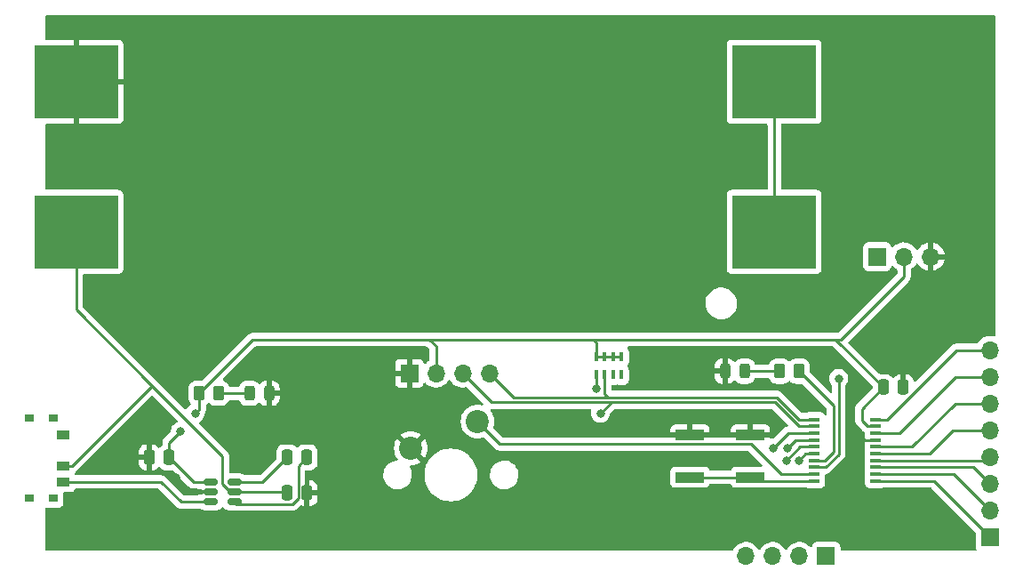
<source format=gbr>
%TF.GenerationSoftware,KiCad,Pcbnew,(6.0.11)*%
%TF.CreationDate,2023-02-12T12:57:37-06:00*%
%TF.ProjectId,DisplayMin,44697370-6c61-4794-9d69-6e2e6b696361,rev?*%
%TF.SameCoordinates,Original*%
%TF.FileFunction,Copper,L1,Top*%
%TF.FilePolarity,Positive*%
%FSLAX46Y46*%
G04 Gerber Fmt 4.6, Leading zero omitted, Abs format (unit mm)*
G04 Created by KiCad (PCBNEW (6.0.11)) date 2023-02-12 12:57:37*
%MOMM*%
%LPD*%
G01*
G04 APERTURE LIST*
G04 Aperture macros list*
%AMRoundRect*
0 Rectangle with rounded corners*
0 $1 Rounding radius*
0 $2 $3 $4 $5 $6 $7 $8 $9 X,Y pos of 4 corners*
0 Add a 4 corners polygon primitive as box body*
4,1,4,$2,$3,$4,$5,$6,$7,$8,$9,$2,$3,0*
0 Add four circle primitives for the rounded corners*
1,1,$1+$1,$2,$3*
1,1,$1+$1,$4,$5*
1,1,$1+$1,$6,$7*
1,1,$1+$1,$8,$9*
0 Add four rect primitives between the rounded corners*
20,1,$1+$1,$2,$3,$4,$5,0*
20,1,$1+$1,$4,$5,$6,$7,0*
20,1,$1+$1,$6,$7,$8,$9,0*
20,1,$1+$1,$8,$9,$2,$3,0*%
G04 Aperture macros list end*
%TA.AperFunction,SMDPad,CuDef*%
%ADD10R,0.400000X0.900000*%
%TD*%
%TA.AperFunction,SMDPad,CuDef*%
%ADD11R,8.000000X7.000000*%
%TD*%
%TA.AperFunction,SMDPad,CuDef*%
%ADD12R,1.000000X0.400000*%
%TD*%
%TA.AperFunction,SMDPad,CuDef*%
%ADD13RoundRect,0.150000X-0.512500X-0.150000X0.512500X-0.150000X0.512500X0.150000X-0.512500X0.150000X0*%
%TD*%
%TA.AperFunction,ComponentPad*%
%ADD14C,2.200000*%
%TD*%
%TA.AperFunction,SMDPad,CuDef*%
%ADD15R,2.750000X1.000000*%
%TD*%
%TA.AperFunction,SMDPad,CuDef*%
%ADD16R,0.900000X0.800000*%
%TD*%
%TA.AperFunction,SMDPad,CuDef*%
%ADD17R,1.250000X0.900000*%
%TD*%
%TA.AperFunction,SMDPad,CuDef*%
%ADD18RoundRect,0.250000X0.262500X0.450000X-0.262500X0.450000X-0.262500X-0.450000X0.262500X-0.450000X0*%
%TD*%
%TA.AperFunction,SMDPad,CuDef*%
%ADD19RoundRect,0.250000X-0.262500X-0.450000X0.262500X-0.450000X0.262500X0.450000X-0.262500X0.450000X0*%
%TD*%
%TA.AperFunction,ComponentPad*%
%ADD20O,1.700000X1.700000*%
%TD*%
%TA.AperFunction,ComponentPad*%
%ADD21R,1.700000X1.700000*%
%TD*%
%TA.AperFunction,SMDPad,CuDef*%
%ADD22RoundRect,0.243750X-0.243750X-0.456250X0.243750X-0.456250X0.243750X0.456250X-0.243750X0.456250X0*%
%TD*%
%TA.AperFunction,SMDPad,CuDef*%
%ADD23RoundRect,0.243750X0.243750X0.456250X-0.243750X0.456250X-0.243750X-0.456250X0.243750X-0.456250X0*%
%TD*%
%TA.AperFunction,SMDPad,CuDef*%
%ADD24RoundRect,0.250000X0.250000X0.475000X-0.250000X0.475000X-0.250000X-0.475000X0.250000X-0.475000X0*%
%TD*%
%TA.AperFunction,SMDPad,CuDef*%
%ADD25RoundRect,0.250000X-0.250000X-0.475000X0.250000X-0.475000X0.250000X0.475000X-0.250000X0.475000X0*%
%TD*%
%TA.AperFunction,ViaPad*%
%ADD26C,0.800000*%
%TD*%
%TA.AperFunction,Conductor*%
%ADD27C,0.250000*%
%TD*%
G04 APERTURE END LIST*
D10*
%TO.P,RN1,8,R1.2*%
%TO.N,VCC*%
X149000000Y-100550000D03*
%TO.P,RN1,7,R2.2*%
X149800000Y-100550000D03*
%TO.P,RN1,6,R3.2*%
X150600000Y-100550000D03*
%TO.P,RN1,5,R4.2*%
X151400000Y-100550000D03*
%TO.P,RN1,4,R4.1*%
%TO.N,unconnected-(RN1-Pad4)*%
X151400000Y-102250000D03*
%TO.P,RN1,3,R3.1*%
%TO.N,unconnected-(RN1-Pad3)*%
X150600000Y-102250000D03*
%TO.P,RN1,2,R2.1*%
%TO.N,SDA*%
X149800000Y-102250000D03*
%TO.P,RN1,1,R1.1*%
%TO.N,SCL*%
X149000000Y-102250000D03*
%TD*%
D11*
%TO.P,BT1,3*%
%TO.N,N/C*%
X165950000Y-88650000D03*
X165950000Y-74350000D03*
%TO.P,BT1,2,-*%
%TO.N,VSS*%
X99450000Y-74350000D03*
%TO.P,BT1,1,+*%
%TO.N,Net-(BT1-Pad1)*%
X99450000Y-88650000D03*
%TD*%
D12*
%TO.P,U2,20,PD3*%
%TO.N,Net-(SW2-Pad1)*%
X169800000Y-112350000D03*
%TO.P,U2,19,PD2*%
%TO.N,Net-(SW3-Pad1)*%
X169800000Y-111700000D03*
%TO.P,U2,18,SWIO*%
%TO.N,SWIO*%
X169800000Y-111050000D03*
%TO.P,U2,17,PC7*%
%TO.N,Net-(R2-Pad1)*%
X169800000Y-110400000D03*
%TO.P,U2,16,PC6*%
%TO.N,Net-(J3-Pad1)*%
X169800000Y-109750000D03*
%TO.P,U2,15,PC5*%
%TO.N,Net-(J3-Pad2)*%
X169800000Y-109100000D03*
%TO.P,U2,14,PC4*%
%TO.N,Net-(J3-Pad3)*%
X169800000Y-108450000D03*
%TO.P,U2,13,PC3*%
%TO.N,Net-(J3-Pad4)*%
X169800000Y-107800000D03*
%TO.P,U2,12,PC2*%
%TO.N,SCL*%
X169800000Y-107150000D03*
%TO.P,U2,11,PC1*%
%TO.N,SDA*%
X169800000Y-106500000D03*
%TO.P,U2,10,PC0*%
%TO.N,Net-(J1-Pad8)*%
X175600000Y-106500000D03*
%TO.P,U2,9,VCC*%
%TO.N,VCC*%
X175600000Y-107150000D03*
%TO.P,U2,8,PD0*%
%TO.N,Net-(J1-Pad7)*%
X175600000Y-107800000D03*
%TO.P,U2,7,VSS*%
%TO.N,VSS*%
X175600000Y-108450000D03*
%TO.P,U2,6,PA2*%
%TO.N,Net-(J1-Pad6)*%
X175600000Y-109100000D03*
%TO.P,U2,5,PA1*%
%TO.N,Net-(J1-Pad5)*%
X175600000Y-109750000D03*
%TO.P,U2,4,PD7*%
%TO.N,Net-(J1-Pad4)*%
X175600000Y-110400000D03*
%TO.P,U2,3,PD6*%
%TO.N,Net-(J1-Pad3)*%
X175600000Y-111050000D03*
%TO.P,U2,2,PD5*%
%TO.N,Net-(J1-Pad2)*%
X175600000Y-111700000D03*
%TO.P,U2,1,PD4*%
%TO.N,Net-(J1-Pad1)*%
X175600000Y-112350000D03*
%TD*%
D13*
%TO.P,U1,6,C+*%
%TO.N,Net-(C2-Pad1)*%
X114537500Y-112450000D03*
%TO.P,U1,5,Vin*%
%TO.N,Net-(BT1-Pad1)*%
X114537500Y-113400000D03*
%TO.P,U1,4,C-*%
%TO.N,Net-(C2-Pad2)*%
X114537500Y-114350000D03*
%TO.P,U1,3,En*%
%TO.N,Net-(U1-Pad3)*%
X112262500Y-114350000D03*
%TO.P,U1,2,VSS*%
%TO.N,VSS*%
X112262500Y-113400000D03*
%TO.P,U1,1,Vout*%
%TO.N,VCC*%
X112262500Y-112450000D03*
%TD*%
D14*
%TO.P,SW3,2,2*%
%TO.N,VSS*%
X131350000Y-109240000D03*
%TO.P,SW3,1,1*%
%TO.N,Net-(SW3-Pad1)*%
X137700000Y-106700000D03*
%TD*%
D15*
%TO.P,SW2,2,2*%
%TO.N,VSS*%
X163680000Y-108000000D03*
X157920000Y-108000000D03*
%TO.P,SW2,1,1*%
%TO.N,Net-(SW2-Pad1)*%
X163680000Y-112000000D03*
X157920000Y-112000000D03*
%TD*%
D16*
%TO.P,SW1,4*%
%TO.N,N/C*%
X97275000Y-106395000D03*
X94975000Y-106405000D03*
X94975000Y-114005000D03*
X97275000Y-114005000D03*
D17*
%TO.P,SW1,3,C*%
%TO.N,unconnected-(SW1-Pad3)*%
X98250000Y-107955000D03*
%TO.P,SW1,2,B*%
%TO.N,Net-(BT1-Pad1)*%
X98250000Y-110955000D03*
%TO.P,SW1,1,A*%
%TO.N,Net-(U1-Pad3)*%
X98250000Y-112455000D03*
%TD*%
D18*
%TO.P,R2,2*%
%TO.N,Net-(D2-Pad2)*%
X166487500Y-101900000D03*
%TO.P,R2,1*%
%TO.N,Net-(R2-Pad1)*%
X168312500Y-101900000D03*
%TD*%
D19*
%TO.P,R1,2*%
%TO.N,Net-(D1-Pad2)*%
X113012500Y-104000000D03*
%TO.P,R1,1*%
%TO.N,VCC*%
X111187500Y-104000000D03*
%TD*%
D20*
%TO.P,J4,3,Pin_3*%
%TO.N,VSS*%
X180855000Y-91000000D03*
%TO.P,J4,2,Pin_2*%
%TO.N,VCC*%
X178315000Y-91000000D03*
D21*
%TO.P,J4,1,Pin_1*%
%TO.N,SWIO*%
X175775000Y-91000000D03*
%TD*%
D20*
%TO.P,J3,4,Pin_4*%
%TO.N,Net-(J3-Pad4)*%
X163280000Y-119525000D03*
%TO.P,J3,3,Pin_3*%
%TO.N,Net-(J3-Pad3)*%
X165820000Y-119525000D03*
%TO.P,J3,2,Pin_2*%
%TO.N,Net-(J3-Pad2)*%
X168360000Y-119525000D03*
D21*
%TO.P,J3,1,Pin_1*%
%TO.N,Net-(J3-Pad1)*%
X170900000Y-119525000D03*
%TD*%
%TO.P,J2,1,Pin_1*%
%TO.N,VSS*%
X131200000Y-102100000D03*
D20*
%TO.P,J2,2,Pin_2*%
%TO.N,VCC*%
X133740000Y-102100000D03*
%TO.P,J2,3,Pin_3*%
%TO.N,SCL*%
X136280000Y-102100000D03*
%TO.P,J2,4,Pin_4*%
%TO.N,SDA*%
X138820000Y-102100000D03*
%TD*%
%TO.P,J1,8,Pin_8*%
%TO.N,Net-(J1-Pad8)*%
X186500000Y-99920000D03*
%TO.P,J1,7,Pin_7*%
%TO.N,Net-(J1-Pad7)*%
X186500000Y-102460000D03*
%TO.P,J1,6,Pin_6*%
%TO.N,Net-(J1-Pad6)*%
X186500000Y-105000000D03*
%TO.P,J1,5,Pin_5*%
%TO.N,Net-(J1-Pad5)*%
X186500000Y-107540000D03*
%TO.P,J1,4,Pin_4*%
%TO.N,Net-(J1-Pad4)*%
X186500000Y-110080000D03*
%TO.P,J1,3,Pin_3*%
%TO.N,Net-(J1-Pad3)*%
X186500000Y-112620000D03*
%TO.P,J1,2,Pin_2*%
%TO.N,Net-(J1-Pad2)*%
X186500000Y-115160000D03*
D21*
%TO.P,J1,1,Pin_1*%
%TO.N,Net-(J1-Pad1)*%
X186500000Y-117700000D03*
%TD*%
D22*
%TO.P,D2,2,A*%
%TO.N,Net-(D2-Pad2)*%
X163137500Y-101900000D03*
%TO.P,D2,1,K*%
%TO.N,VSS*%
X161262500Y-101900000D03*
%TD*%
D23*
%TO.P,D1,1,K*%
%TO.N,VSS*%
X117837500Y-104000000D03*
%TO.P,D1,2,A*%
%TO.N,Net-(D1-Pad2)*%
X115962500Y-104000000D03*
%TD*%
D24*
%TO.P,C4,2*%
%TO.N,VCC*%
X176350000Y-103425000D03*
%TO.P,C4,1*%
%TO.N,VSS*%
X178250000Y-103425000D03*
%TD*%
D25*
%TO.P,C3,2*%
%TO.N,VCC*%
X108300000Y-110100000D03*
%TO.P,C3,1*%
%TO.N,VSS*%
X106400000Y-110100000D03*
%TD*%
%TO.P,C2,2*%
%TO.N,Net-(C2-Pad2)*%
X121450000Y-110100000D03*
%TO.P,C2,1*%
%TO.N,Net-(C2-Pad1)*%
X119550000Y-110100000D03*
%TD*%
D24*
%TO.P,C1,2*%
%TO.N,Net-(BT1-Pad1)*%
X119550000Y-113500000D03*
%TO.P,C1,1*%
%TO.N,VSS*%
X121450000Y-113500000D03*
%TD*%
D26*
%TO.N,VSS*%
X177500000Y-100000000D03*
X173500000Y-103500000D03*
X175000000Y-115500000D03*
X159000000Y-116000000D03*
X160500000Y-110500000D03*
X160500000Y-107500000D03*
X164500000Y-103000000D03*
X156000000Y-102000000D03*
X131500000Y-105000000D03*
X115000000Y-108000000D03*
X102500000Y-116500000D03*
X104000000Y-110000000D03*
X109000000Y-112000000D03*
%TO.N,SWIO*%
X172100000Y-102600000D03*
%TO.N,Net-(J3-Pad4)*%
X165900000Y-109200000D03*
%TO.N,Net-(J3-Pad3)*%
X167200000Y-109200000D03*
%TO.N,Net-(J3-Pad2)*%
X167100000Y-110400000D03*
%TO.N,Net-(J3-Pad1)*%
X168300000Y-110400000D03*
%TO.N,SCL*%
X149400000Y-105900000D03*
X149000000Y-103600000D03*
%TO.N,VCC*%
X109400000Y-107600000D03*
X110800000Y-105900000D03*
%TD*%
D27*
%TO.N,VSS*%
X174450000Y-108450000D02*
X173500000Y-107500000D01*
X175600000Y-108450000D02*
X174450000Y-108450000D01*
X173500000Y-107500000D02*
X173500000Y-103500000D01*
%TO.N,Net-(J1-Pad1)*%
X175600000Y-112350000D02*
X181150000Y-112350000D01*
X181150000Y-112350000D02*
X186500000Y-117700000D01*
%TO.N,Net-(J1-Pad2)*%
X175600000Y-111700000D02*
X183040000Y-111700000D01*
X183040000Y-111700000D02*
X186500000Y-115160000D01*
%TO.N,Net-(J1-Pad3)*%
X175600000Y-111050000D02*
X184930000Y-111050000D01*
X184930000Y-111050000D02*
X186500000Y-112620000D01*
%TO.N,Net-(J1-Pad4)*%
X175600000Y-110400000D02*
X186180000Y-110400000D01*
X186180000Y-110400000D02*
X186500000Y-110080000D01*
%TO.N,Net-(J1-Pad5)*%
X175600000Y-109750000D02*
X180750000Y-109750000D01*
X182960000Y-107540000D02*
X186500000Y-107540000D01*
X180750000Y-109750000D02*
X182960000Y-107540000D01*
%TO.N,Net-(J1-Pad6)*%
X175600000Y-109100000D02*
X179100000Y-109100000D01*
X179100000Y-109100000D02*
X183200000Y-105000000D01*
X183200000Y-105000000D02*
X186500000Y-105000000D01*
%TO.N,Net-(J1-Pad7)*%
X175600000Y-107800000D02*
X177860000Y-107800000D01*
X177860000Y-107800000D02*
X183200000Y-102460000D01*
X183200000Y-102460000D02*
X186500000Y-102460000D01*
%TO.N,Net-(J1-Pad8)*%
X175600000Y-106500000D02*
X176713173Y-106500000D01*
X176713173Y-106500000D02*
X183293173Y-99920000D01*
X183293173Y-99920000D02*
X186500000Y-99920000D01*
%TO.N,SWIO*%
X169800000Y-111050000D02*
X170850000Y-111050000D01*
X170850000Y-111050000D02*
X172100000Y-109800000D01*
X172100000Y-109800000D02*
X172100000Y-102600000D01*
%TO.N,Net-(J3-Pad4)*%
X167300000Y-107800000D02*
X165900000Y-109200000D01*
X169800000Y-107800000D02*
X167300000Y-107800000D01*
%TO.N,Net-(J3-Pad3)*%
X167950000Y-108450000D02*
X167200000Y-109200000D01*
X169800000Y-108450000D02*
X167950000Y-108450000D01*
%TO.N,Net-(J3-Pad2)*%
X168400000Y-109100000D02*
X167100000Y-110400000D01*
X169800000Y-109100000D02*
X168400000Y-109100000D01*
%TO.N,Net-(J3-Pad1)*%
X168950000Y-109750000D02*
X168300000Y-110400000D01*
X169800000Y-109750000D02*
X168950000Y-109750000D01*
%TO.N,Net-(D2-Pad2)*%
X166487500Y-101900000D02*
X163137500Y-101900000D01*
%TO.N,Net-(R2-Pad1)*%
X170800000Y-110400000D02*
X171600000Y-109600000D01*
X169800000Y-110400000D02*
X170800000Y-110400000D01*
X171600000Y-105187500D02*
X168312500Y-101900000D01*
X171600000Y-109600000D02*
X171600000Y-105187500D01*
%TO.N,Net-(SW2-Pad1)*%
X163680000Y-112000000D02*
X157920000Y-112000000D01*
X163680000Y-112000000D02*
X164030000Y-112350000D01*
X164030000Y-112350000D02*
X169800000Y-112350000D01*
%TO.N,Net-(SW3-Pad1)*%
X163725000Y-108825000D02*
X166600000Y-111700000D01*
X139825000Y-108825000D02*
X163725000Y-108825000D01*
X137700000Y-106700000D02*
X139825000Y-108825000D01*
X166600000Y-111700000D02*
X169800000Y-111700000D01*
%TO.N,VCC*%
X116287500Y-98900000D02*
X133100000Y-98900000D01*
X133100000Y-98900000D02*
X142100000Y-98900000D01*
X133740000Y-102100000D02*
X133740000Y-99540000D01*
X133740000Y-99540000D02*
X133100000Y-98900000D01*
X142100000Y-98900000D02*
X148700000Y-98900000D01*
X148700000Y-98900000D02*
X171825000Y-98900000D01*
X149000000Y-100550000D02*
X149000000Y-99200000D01*
X149000000Y-99200000D02*
X148700000Y-98900000D01*
X151400000Y-100550000D02*
X149000000Y-100550000D01*
%TO.N,SCL*%
X149000000Y-102250000D02*
X149000000Y-103600000D01*
X139030000Y-104850000D02*
X150450000Y-104850000D01*
X150450000Y-104850000D02*
X166013604Y-104850000D01*
X149400000Y-105900000D02*
X150450000Y-104850000D01*
%TO.N,SDA*%
X166200000Y-104400000D02*
X150100000Y-104400000D01*
X150100000Y-104400000D02*
X141120000Y-104400000D01*
X149800000Y-102250000D02*
X149800000Y-104100000D01*
X149800000Y-104100000D02*
X150100000Y-104400000D01*
%TO.N,SCL*%
X136280000Y-102100000D02*
X139030000Y-104850000D01*
X166013604Y-104850000D02*
X168313604Y-107150000D01*
X168313604Y-107150000D02*
X169800000Y-107150000D01*
%TO.N,SDA*%
X169800000Y-106500000D02*
X168300000Y-106500000D01*
X168300000Y-106500000D02*
X166200000Y-104400000D01*
X141120000Y-104400000D02*
X138820000Y-102100000D01*
%TO.N,VCC*%
X175600000Y-107150000D02*
X174850000Y-107150000D01*
X174850000Y-107150000D02*
X174300000Y-106600000D01*
X174300000Y-105475000D02*
X176350000Y-103425000D01*
X174300000Y-106600000D02*
X174300000Y-105475000D01*
X171825000Y-98900000D02*
X172300000Y-98900000D01*
X172300000Y-98900000D02*
X178315000Y-92885000D01*
X178315000Y-92885000D02*
X178315000Y-91000000D01*
X111187500Y-104000000D02*
X116287500Y-98900000D01*
X171825000Y-98900000D02*
X176350000Y-103425000D01*
%TO.N,Net-(U1-Pad3)*%
X98250000Y-112455000D02*
X107555000Y-112455000D01*
X107555000Y-112455000D02*
X109450000Y-114350000D01*
X109450000Y-114350000D02*
X112262500Y-114350000D01*
%TO.N,Net-(BT1-Pad1)*%
X99450000Y-96050000D02*
X106700000Y-103300000D01*
X106700000Y-103300000D02*
X113400000Y-110000000D01*
X98250000Y-110955000D02*
X99045000Y-110955000D01*
X99045000Y-110955000D02*
X106700000Y-103300000D01*
%TO.N,VCC*%
X112262500Y-112450000D02*
X110650000Y-112450000D01*
X110650000Y-112450000D02*
X108300000Y-110100000D01*
X111187500Y-104000000D02*
X111187500Y-105512500D01*
X111187500Y-105512500D02*
X110800000Y-105900000D01*
X109400000Y-107600000D02*
X108300000Y-108700000D01*
X108300000Y-108700000D02*
X108300000Y-110100000D01*
%TO.N,Net-(D1-Pad2)*%
X113012500Y-104000000D02*
X115962500Y-104000000D01*
%TO.N,Net-(C2-Pad2)*%
X114537500Y-114350000D02*
X114737500Y-114550000D01*
X114737500Y-114550000D02*
X120038173Y-114550000D01*
X120625000Y-110925000D02*
X121450000Y-110100000D01*
X120038173Y-114550000D02*
X120625000Y-113963173D01*
X120625000Y-113963173D02*
X120625000Y-110925000D01*
%TO.N,Net-(C2-Pad1)*%
X114537500Y-112450000D02*
X117200000Y-112450000D01*
X117200000Y-112450000D02*
X119550000Y-110100000D01*
%TO.N,Net-(BT1-Pad1)*%
X114537500Y-113400000D02*
X119450000Y-113400000D01*
X119450000Y-113400000D02*
X119550000Y-113500000D01*
X99450000Y-88650000D02*
X99450000Y-96050000D01*
X113400000Y-110000000D02*
X113400000Y-112646751D01*
X113400000Y-112646751D02*
X114153249Y-113400000D01*
X114153249Y-113400000D02*
X114537500Y-113400000D01*
%TO.N,*%
X165950000Y-74350000D02*
X165950000Y-88650000D01*
%TD*%
%TA.AperFunction,Conductor*%
%TO.N,VSS*%
G36*
X132853527Y-99553502D02*
G01*
X132874501Y-99570405D01*
X133069595Y-99765499D01*
X133103621Y-99827811D01*
X133106500Y-99854594D01*
X133106500Y-100821692D01*
X133086498Y-100889813D01*
X133038683Y-100933453D01*
X133013607Y-100946507D01*
X133009474Y-100949610D01*
X133009471Y-100949612D01*
X132863880Y-101058925D01*
X132834965Y-101080635D01*
X132831393Y-101084373D01*
X132753898Y-101165466D01*
X132692374Y-101200895D01*
X132621462Y-101197438D01*
X132563676Y-101156192D01*
X132544823Y-101122644D01*
X132503324Y-101011946D01*
X132494786Y-100996351D01*
X132418285Y-100894276D01*
X132405724Y-100881715D01*
X132303649Y-100805214D01*
X132288054Y-100796676D01*
X132167606Y-100751522D01*
X132152351Y-100747895D01*
X132101486Y-100742369D01*
X132094672Y-100742000D01*
X131472115Y-100742000D01*
X131456876Y-100746475D01*
X131455671Y-100747865D01*
X131454000Y-100755548D01*
X131454000Y-103439884D01*
X131458475Y-103455123D01*
X131459865Y-103456328D01*
X131467548Y-103457999D01*
X132094669Y-103457999D01*
X132101490Y-103457629D01*
X132152352Y-103452105D01*
X132167604Y-103448479D01*
X132288054Y-103403324D01*
X132303649Y-103394786D01*
X132405724Y-103318285D01*
X132418285Y-103305724D01*
X132494786Y-103203649D01*
X132503324Y-103188054D01*
X132544225Y-103078952D01*
X132586867Y-103022188D01*
X132653428Y-102997488D01*
X132722777Y-103012696D01*
X132757444Y-103040684D01*
X132782865Y-103070031D01*
X132782869Y-103070035D01*
X132786250Y-103073938D01*
X132958126Y-103216632D01*
X133151000Y-103329338D01*
X133155825Y-103331180D01*
X133155826Y-103331181D01*
X133195937Y-103346498D01*
X133359692Y-103409030D01*
X133364760Y-103410061D01*
X133364763Y-103410062D01*
X133472012Y-103431882D01*
X133578597Y-103453567D01*
X133583772Y-103453757D01*
X133583774Y-103453757D01*
X133796673Y-103461564D01*
X133796677Y-103461564D01*
X133801837Y-103461753D01*
X133806957Y-103461097D01*
X133806959Y-103461097D01*
X134018288Y-103434025D01*
X134018289Y-103434025D01*
X134023416Y-103433368D01*
X134034539Y-103430031D01*
X134232429Y-103370661D01*
X134232434Y-103370659D01*
X134237384Y-103369174D01*
X134437994Y-103270896D01*
X134619860Y-103141173D01*
X134632576Y-103128502D01*
X134723701Y-103037694D01*
X134778096Y-102983489D01*
X134799821Y-102953256D01*
X134908453Y-102802077D01*
X134909776Y-102803028D01*
X134956645Y-102759857D01*
X135026580Y-102747625D01*
X135092026Y-102775144D01*
X135119875Y-102806994D01*
X135179987Y-102905088D01*
X135326250Y-103073938D01*
X135498126Y-103216632D01*
X135691000Y-103329338D01*
X135695825Y-103331180D01*
X135695826Y-103331181D01*
X135735937Y-103346498D01*
X135899692Y-103409030D01*
X135904760Y-103410061D01*
X135904763Y-103410062D01*
X136012012Y-103431882D01*
X136118597Y-103453567D01*
X136123772Y-103453757D01*
X136123774Y-103453757D01*
X136336673Y-103461564D01*
X136336677Y-103461564D01*
X136341837Y-103461753D01*
X136346957Y-103461097D01*
X136346959Y-103461097D01*
X136558288Y-103434025D01*
X136558289Y-103434025D01*
X136563416Y-103433368D01*
X136568367Y-103431883D01*
X136568370Y-103431882D01*
X136609829Y-103419444D01*
X136680825Y-103419028D01*
X136735131Y-103451035D01*
X138212980Y-104928884D01*
X138247006Y-104991196D01*
X138241941Y-105062011D01*
X138199394Y-105118847D01*
X138132874Y-105143658D01*
X138094471Y-105140498D01*
X137957216Y-105107546D01*
X137957210Y-105107545D01*
X137952403Y-105106391D01*
X137700000Y-105086526D01*
X137447597Y-105106391D01*
X137442790Y-105107545D01*
X137442784Y-105107546D01*
X137296520Y-105142661D01*
X137201409Y-105165495D01*
X137196838Y-105167388D01*
X137196836Y-105167389D01*
X136972072Y-105260489D01*
X136972068Y-105260491D01*
X136967498Y-105262384D01*
X136751624Y-105394672D01*
X136559102Y-105559102D01*
X136394672Y-105751624D01*
X136262384Y-105967498D01*
X136260491Y-105972068D01*
X136260489Y-105972072D01*
X136167389Y-106196836D01*
X136165495Y-106201409D01*
X136147280Y-106277279D01*
X136108949Y-106436944D01*
X136106391Y-106447597D01*
X136086526Y-106700000D01*
X136106391Y-106952403D01*
X136107545Y-106957210D01*
X136107546Y-106957216D01*
X136135413Y-107073288D01*
X136165495Y-107198591D01*
X136167388Y-107203162D01*
X136167389Y-107203164D01*
X136255812Y-107416635D01*
X136262384Y-107432502D01*
X136394672Y-107648376D01*
X136559102Y-107840898D01*
X136751624Y-108005328D01*
X136967498Y-108137616D01*
X136972068Y-108139509D01*
X136972072Y-108139511D01*
X137196836Y-108232611D01*
X137201409Y-108234505D01*
X137278568Y-108253029D01*
X137442784Y-108292454D01*
X137442790Y-108292455D01*
X137447597Y-108293609D01*
X137700000Y-108313474D01*
X137952403Y-108293609D01*
X137957210Y-108292455D01*
X137957216Y-108292454D01*
X138121432Y-108253029D01*
X138198591Y-108234505D01*
X138204917Y-108231885D01*
X138219812Y-108225715D01*
X138290402Y-108218126D01*
X138357124Y-108253028D01*
X139321359Y-109217264D01*
X139328888Y-109225538D01*
X139333000Y-109232018D01*
X139338777Y-109237443D01*
X139382651Y-109278643D01*
X139385493Y-109281398D01*
X139405230Y-109301135D01*
X139408427Y-109303615D01*
X139417447Y-109311318D01*
X139449679Y-109341586D01*
X139456625Y-109345405D01*
X139456628Y-109345407D01*
X139467434Y-109351348D01*
X139483953Y-109362199D01*
X139499959Y-109374614D01*
X139507228Y-109377759D01*
X139507232Y-109377762D01*
X139540537Y-109392174D01*
X139551187Y-109397391D01*
X139589940Y-109418695D01*
X139597615Y-109420666D01*
X139597616Y-109420666D01*
X139609562Y-109423733D01*
X139628267Y-109430137D01*
X139646855Y-109438181D01*
X139654678Y-109439420D01*
X139654688Y-109439423D01*
X139690524Y-109445099D01*
X139702144Y-109447505D01*
X139737289Y-109456528D01*
X139744970Y-109458500D01*
X139765224Y-109458500D01*
X139784934Y-109460051D01*
X139804943Y-109463220D01*
X139812835Y-109462474D01*
X139848961Y-109459059D01*
X139860819Y-109458500D01*
X163410406Y-109458500D01*
X163478527Y-109478502D01*
X163499501Y-109495405D01*
X164780500Y-110776405D01*
X164814526Y-110838717D01*
X164809461Y-110909533D01*
X164766914Y-110966368D01*
X164700394Y-110991179D01*
X164691405Y-110991500D01*
X162256866Y-110991500D01*
X162194684Y-110998255D01*
X162058295Y-111049385D01*
X161941739Y-111136739D01*
X161854385Y-111253295D01*
X161851233Y-111261703D01*
X161851231Y-111261707D01*
X161842599Y-111284731D01*
X161799957Y-111341495D01*
X161733395Y-111366194D01*
X161724618Y-111366500D01*
X159875382Y-111366500D01*
X159807261Y-111346498D01*
X159760768Y-111292842D01*
X159757401Y-111284731D01*
X159748769Y-111261707D01*
X159748767Y-111261703D01*
X159745615Y-111253295D01*
X159658261Y-111136739D01*
X159541705Y-111049385D01*
X159405316Y-110998255D01*
X159343134Y-110991500D01*
X156496866Y-110991500D01*
X156434684Y-110998255D01*
X156298295Y-111049385D01*
X156181739Y-111136739D01*
X156094385Y-111253295D01*
X156043255Y-111389684D01*
X156036500Y-111451866D01*
X156036500Y-112548134D01*
X156043255Y-112610316D01*
X156094385Y-112746705D01*
X156181739Y-112863261D01*
X156298295Y-112950615D01*
X156434684Y-113001745D01*
X156496866Y-113008500D01*
X159343134Y-113008500D01*
X159405316Y-113001745D01*
X159541705Y-112950615D01*
X159658261Y-112863261D01*
X159745615Y-112746705D01*
X159748769Y-112738293D01*
X159757401Y-112715269D01*
X159800043Y-112658505D01*
X159866605Y-112633806D01*
X159875382Y-112633500D01*
X161724618Y-112633500D01*
X161792739Y-112653502D01*
X161839232Y-112707158D01*
X161842599Y-112715269D01*
X161851231Y-112738293D01*
X161854385Y-112746705D01*
X161941739Y-112863261D01*
X162058295Y-112950615D01*
X162194684Y-113001745D01*
X162256866Y-113008500D01*
X165103134Y-113008500D01*
X165165316Y-113001745D01*
X165192596Y-112991518D01*
X165236826Y-112983500D01*
X168992450Y-112983500D01*
X169050158Y-112998264D01*
X169053295Y-113000615D01*
X169189684Y-113051745D01*
X169251866Y-113058500D01*
X170348134Y-113058500D01*
X170410316Y-113051745D01*
X170546705Y-113000615D01*
X170663261Y-112913261D01*
X170750615Y-112796705D01*
X170801745Y-112660316D01*
X170808500Y-112598134D01*
X170808500Y-112101866D01*
X170801745Y-112039684D01*
X170804174Y-112039420D01*
X170804174Y-112010580D01*
X170801745Y-112010316D01*
X170808131Y-111951531D01*
X170808500Y-111948134D01*
X170808500Y-111807219D01*
X170828502Y-111739098D01*
X170882158Y-111692605D01*
X170930541Y-111681281D01*
X170940542Y-111680967D01*
X170941970Y-111680922D01*
X170949889Y-111680673D01*
X170969343Y-111675021D01*
X170988700Y-111671013D01*
X171000930Y-111669468D01*
X171000931Y-111669468D01*
X171008797Y-111668474D01*
X171016168Y-111665555D01*
X171016170Y-111665555D01*
X171049912Y-111652196D01*
X171061142Y-111648351D01*
X171095983Y-111638229D01*
X171095984Y-111638229D01*
X171103593Y-111636018D01*
X171110412Y-111631985D01*
X171110417Y-111631983D01*
X171121028Y-111625707D01*
X171138776Y-111617012D01*
X171157617Y-111609552D01*
X171193387Y-111583564D01*
X171203307Y-111577048D01*
X171234535Y-111558580D01*
X171234538Y-111558578D01*
X171241362Y-111554542D01*
X171255683Y-111540221D01*
X171270717Y-111527380D01*
X171280694Y-111520131D01*
X171287107Y-111515472D01*
X171315298Y-111481395D01*
X171323288Y-111472616D01*
X172492253Y-110303652D01*
X172500539Y-110296112D01*
X172507018Y-110292000D01*
X172553644Y-110242348D01*
X172556398Y-110239507D01*
X172576135Y-110219770D01*
X172578615Y-110216573D01*
X172586320Y-110207551D01*
X172611159Y-110181100D01*
X172616586Y-110175321D01*
X172620405Y-110168375D01*
X172620407Y-110168372D01*
X172626348Y-110157566D01*
X172637199Y-110141047D01*
X172644758Y-110131301D01*
X172649614Y-110125041D01*
X172652759Y-110117772D01*
X172652762Y-110117768D01*
X172667174Y-110084463D01*
X172672391Y-110073813D01*
X172693695Y-110035060D01*
X172698733Y-110015437D01*
X172705137Y-109996734D01*
X172710033Y-109985420D01*
X172710033Y-109985419D01*
X172713181Y-109978145D01*
X172714420Y-109970322D01*
X172714423Y-109970312D01*
X172720099Y-109934476D01*
X172722505Y-109922856D01*
X172731528Y-109887711D01*
X172731528Y-109887710D01*
X172733500Y-109880030D01*
X172733500Y-109859776D01*
X172735051Y-109840065D01*
X172736980Y-109827886D01*
X172736980Y-109827885D01*
X172738220Y-109820057D01*
X172734059Y-109776038D01*
X172733500Y-109764181D01*
X172733500Y-103302524D01*
X172753502Y-103234403D01*
X172765858Y-103218221D01*
X172839040Y-103136944D01*
X172925531Y-102987137D01*
X172931223Y-102977279D01*
X172931224Y-102977278D01*
X172934527Y-102971556D01*
X172993542Y-102789928D01*
X172994696Y-102778954D01*
X173012814Y-102606565D01*
X173013504Y-102600000D01*
X173001122Y-102482193D01*
X172994232Y-102416635D01*
X172994232Y-102416633D01*
X172993542Y-102410072D01*
X172934527Y-102228444D01*
X172839040Y-102063056D01*
X172808010Y-102028593D01*
X172715675Y-101926045D01*
X172715674Y-101926044D01*
X172711253Y-101921134D01*
X172599768Y-101840135D01*
X172562094Y-101812763D01*
X172562093Y-101812762D01*
X172556752Y-101808882D01*
X172550724Y-101806198D01*
X172550722Y-101806197D01*
X172388319Y-101733891D01*
X172388318Y-101733891D01*
X172382288Y-101731206D01*
X172288887Y-101711353D01*
X172201944Y-101692872D01*
X172201939Y-101692872D01*
X172195487Y-101691500D01*
X172004513Y-101691500D01*
X171998061Y-101692872D01*
X171998056Y-101692872D01*
X171911113Y-101711353D01*
X171817712Y-101731206D01*
X171811682Y-101733891D01*
X171811681Y-101733891D01*
X171649278Y-101806197D01*
X171649276Y-101806198D01*
X171643248Y-101808882D01*
X171637907Y-101812762D01*
X171637906Y-101812763D01*
X171600232Y-101840135D01*
X171488747Y-101921134D01*
X171484326Y-101926044D01*
X171484325Y-101926045D01*
X171391991Y-102028593D01*
X171360960Y-102063056D01*
X171265473Y-102228444D01*
X171206458Y-102410072D01*
X171205768Y-102416633D01*
X171205768Y-102416635D01*
X171198878Y-102482193D01*
X171186496Y-102600000D01*
X171187186Y-102606565D01*
X171205305Y-102778954D01*
X171206458Y-102789928D01*
X171265473Y-102971556D01*
X171268776Y-102977278D01*
X171268777Y-102977279D01*
X171274469Y-102987137D01*
X171360960Y-103136944D01*
X171434137Y-103218215D01*
X171464853Y-103282221D01*
X171466500Y-103302524D01*
X171466500Y-103853906D01*
X171446498Y-103922027D01*
X171392842Y-103968520D01*
X171322568Y-103978624D01*
X171257988Y-103949130D01*
X171251405Y-103943001D01*
X170398289Y-103089884D01*
X169370405Y-102062000D01*
X169336379Y-101999688D01*
X169333500Y-101972905D01*
X169333500Y-101399600D01*
X169332602Y-101390942D01*
X169323238Y-101300692D01*
X169323237Y-101300688D01*
X169322526Y-101293834D01*
X169319159Y-101283740D01*
X169268868Y-101133002D01*
X169266550Y-101126054D01*
X169173478Y-100975652D01*
X169048303Y-100850695D01*
X169042072Y-100846854D01*
X168903968Y-100761725D01*
X168903966Y-100761724D01*
X168897738Y-100757885D01*
X168785592Y-100720688D01*
X168736389Y-100704368D01*
X168736387Y-100704368D01*
X168729861Y-100702203D01*
X168723025Y-100701503D01*
X168723022Y-100701502D01*
X168679969Y-100697091D01*
X168625400Y-100691500D01*
X167999600Y-100691500D01*
X167996354Y-100691837D01*
X167996350Y-100691837D01*
X167900692Y-100701762D01*
X167900688Y-100701763D01*
X167893834Y-100702474D01*
X167887298Y-100704655D01*
X167887296Y-100704655D01*
X167774254Y-100742369D01*
X167726054Y-100758450D01*
X167575652Y-100851522D01*
X167493496Y-100933822D01*
X167489216Y-100938109D01*
X167426934Y-100972188D01*
X167356114Y-100967185D01*
X167311025Y-100938264D01*
X167228483Y-100855866D01*
X167223303Y-100850695D01*
X167217072Y-100846854D01*
X167078968Y-100761725D01*
X167078966Y-100761724D01*
X167072738Y-100757885D01*
X166960592Y-100720688D01*
X166911389Y-100704368D01*
X166911387Y-100704368D01*
X166904861Y-100702203D01*
X166898025Y-100701503D01*
X166898022Y-100701502D01*
X166854969Y-100697091D01*
X166800400Y-100691500D01*
X166174600Y-100691500D01*
X166171354Y-100691837D01*
X166171350Y-100691837D01*
X166075692Y-100701762D01*
X166075688Y-100701763D01*
X166068834Y-100702474D01*
X166062298Y-100704655D01*
X166062296Y-100704655D01*
X165949254Y-100742369D01*
X165901054Y-100758450D01*
X165750652Y-100851522D01*
X165745479Y-100856704D01*
X165712428Y-100889813D01*
X165625695Y-100976697D01*
X165621855Y-100982927D01*
X165621854Y-100982928D01*
X165543331Y-101110316D01*
X165532885Y-101127262D01*
X165515337Y-101180168D01*
X165474906Y-101238527D01*
X165409342Y-101265764D01*
X165395744Y-101266500D01*
X164205944Y-101266500D01*
X164137823Y-101246498D01*
X164091330Y-101192842D01*
X164086421Y-101180377D01*
X164069422Y-101129427D01*
X164069421Y-101129425D01*
X164067102Y-101122474D01*
X163974797Y-100973311D01*
X163850653Y-100849383D01*
X163701329Y-100757339D01*
X163694380Y-100755034D01*
X163541366Y-100704281D01*
X163541364Y-100704281D01*
X163534835Y-100702115D01*
X163431231Y-100691500D01*
X163139766Y-100691500D01*
X162843770Y-100691501D01*
X162738871Y-100702384D01*
X162732340Y-100704563D01*
X162732335Y-100704564D01*
X162614731Y-100743800D01*
X162572474Y-100757898D01*
X162423311Y-100850203D01*
X162299383Y-100974347D01*
X162297386Y-100977587D01*
X162240648Y-101017814D01*
X162169725Y-101021047D01*
X162108313Y-100985422D01*
X162100934Y-100976922D01*
X162094218Y-100968448D01*
X161980521Y-100854949D01*
X161969110Y-100845937D01*
X161832346Y-100761635D01*
X161819168Y-100755491D01*
X161666260Y-100704773D01*
X161652894Y-100701907D01*
X161559399Y-100692328D01*
X161552984Y-100692000D01*
X161534615Y-100692000D01*
X161519376Y-100696475D01*
X161518171Y-100697865D01*
X161516500Y-100705548D01*
X161516500Y-103089884D01*
X161520975Y-103105123D01*
X161522365Y-103106328D01*
X161530048Y-103107999D01*
X161552933Y-103107999D01*
X161559452Y-103107662D01*
X161654170Y-103097834D01*
X161667564Y-103094942D01*
X161820365Y-103043964D01*
X161833543Y-103037790D01*
X161970149Y-102953256D01*
X161981550Y-102944220D01*
X162095051Y-102830521D01*
X162100794Y-102823249D01*
X162158711Y-102782186D01*
X162229634Y-102778954D01*
X162291046Y-102814579D01*
X162296840Y-102821254D01*
X162300203Y-102826689D01*
X162424347Y-102950617D01*
X162430577Y-102954457D01*
X162430578Y-102954458D01*
X162434066Y-102956608D01*
X162573671Y-103042661D01*
X162580619Y-103044966D01*
X162580620Y-103044966D01*
X162733634Y-103095719D01*
X162733636Y-103095719D01*
X162740165Y-103097885D01*
X162843769Y-103108500D01*
X163135234Y-103108500D01*
X163431230Y-103108499D01*
X163536129Y-103097616D01*
X163542660Y-103095437D01*
X163542665Y-103095436D01*
X163695578Y-103044420D01*
X163702526Y-103042102D01*
X163851689Y-102949797D01*
X163975617Y-102825653D01*
X163980261Y-102818120D01*
X164038603Y-102723470D01*
X164067661Y-102676329D01*
X164086401Y-102619831D01*
X164126833Y-102561472D01*
X164192397Y-102534236D01*
X164205994Y-102533500D01*
X165395803Y-102533500D01*
X165463924Y-102553502D01*
X165510417Y-102607158D01*
X165515326Y-102619623D01*
X165515465Y-102620038D01*
X165533450Y-102673946D01*
X165537301Y-102680170D01*
X165537302Y-102680171D01*
X165598431Y-102778954D01*
X165626522Y-102824348D01*
X165631704Y-102829521D01*
X165660131Y-102857898D01*
X165751697Y-102949305D01*
X165757927Y-102953145D01*
X165757928Y-102953146D01*
X165895246Y-103037790D01*
X165902262Y-103042115D01*
X165965398Y-103063056D01*
X166063611Y-103095632D01*
X166063613Y-103095632D01*
X166070139Y-103097797D01*
X166076975Y-103098497D01*
X166076978Y-103098498D01*
X166120031Y-103102909D01*
X166174600Y-103108500D01*
X166800400Y-103108500D01*
X166803646Y-103108163D01*
X166803650Y-103108163D01*
X166899308Y-103098238D01*
X166899312Y-103098237D01*
X166906166Y-103097526D01*
X166912702Y-103095345D01*
X166912704Y-103095345D01*
X167065077Y-103044509D01*
X167073946Y-103041550D01*
X167224348Y-102948478D01*
X167310784Y-102861891D01*
X167373066Y-102827812D01*
X167443886Y-102832815D01*
X167488975Y-102861736D01*
X167511824Y-102884545D01*
X167576697Y-102949305D01*
X167582927Y-102953145D01*
X167582928Y-102953146D01*
X167720246Y-103037790D01*
X167727262Y-103042115D01*
X167790398Y-103063056D01*
X167888611Y-103095632D01*
X167888613Y-103095632D01*
X167895139Y-103097797D01*
X167901975Y-103098497D01*
X167901978Y-103098498D01*
X167945031Y-103102909D01*
X167999600Y-103108500D01*
X168572906Y-103108500D01*
X168641027Y-103128502D01*
X168662001Y-103145405D01*
X170929595Y-105413000D01*
X170963621Y-105475312D01*
X170966500Y-105502095D01*
X170966500Y-105963131D01*
X170946498Y-106031252D01*
X170892842Y-106077745D01*
X170822568Y-106087849D01*
X170757988Y-106058355D01*
X170739674Y-106038696D01*
X170668643Y-105943920D01*
X170668642Y-105943919D01*
X170663261Y-105936739D01*
X170546705Y-105849385D01*
X170410316Y-105798255D01*
X170348134Y-105791500D01*
X169251866Y-105791500D01*
X169189684Y-105798255D01*
X169053295Y-105849385D01*
X169050158Y-105851736D01*
X168992450Y-105866500D01*
X168614595Y-105866500D01*
X168546474Y-105846498D01*
X168525500Y-105829595D01*
X166703652Y-104007747D01*
X166696112Y-103999461D01*
X166692000Y-103992982D01*
X166642348Y-103946356D01*
X166639507Y-103943602D01*
X166619770Y-103923865D01*
X166616573Y-103921385D01*
X166607551Y-103913680D01*
X166581100Y-103888841D01*
X166575321Y-103883414D01*
X166568375Y-103879595D01*
X166568372Y-103879593D01*
X166557566Y-103873652D01*
X166541047Y-103862801D01*
X166540583Y-103862441D01*
X166525041Y-103850386D01*
X166517772Y-103847241D01*
X166517768Y-103847238D01*
X166484463Y-103832826D01*
X166473813Y-103827609D01*
X166435060Y-103806305D01*
X166415437Y-103801267D01*
X166396734Y-103794863D01*
X166385420Y-103789967D01*
X166385419Y-103789967D01*
X166378145Y-103786819D01*
X166370322Y-103785580D01*
X166370312Y-103785577D01*
X166334476Y-103779901D01*
X166322856Y-103777495D01*
X166287711Y-103768472D01*
X166287710Y-103768472D01*
X166280030Y-103766500D01*
X166259776Y-103766500D01*
X166240065Y-103764949D01*
X166227886Y-103763020D01*
X166220057Y-103761780D01*
X166212165Y-103762526D01*
X166176039Y-103765941D01*
X166164181Y-103766500D01*
X150559500Y-103766500D01*
X150491379Y-103746498D01*
X150444886Y-103692842D01*
X150433500Y-103640500D01*
X150433500Y-103334500D01*
X150453502Y-103266379D01*
X150507158Y-103219886D01*
X150559500Y-103208500D01*
X150848134Y-103208500D01*
X150851531Y-103208131D01*
X150902466Y-103202598D01*
X150902468Y-103202598D01*
X150910316Y-103201745D01*
X150917709Y-103198973D01*
X150917711Y-103198973D01*
X150955771Y-103184705D01*
X151026578Y-103179522D01*
X151044229Y-103184705D01*
X151082289Y-103198973D01*
X151082291Y-103198973D01*
X151089684Y-103201745D01*
X151097532Y-103202598D01*
X151097534Y-103202598D01*
X151148469Y-103208131D01*
X151151866Y-103208500D01*
X151648134Y-103208500D01*
X151710316Y-103201745D01*
X151846705Y-103150615D01*
X151963261Y-103063261D01*
X152050615Y-102946705D01*
X152101745Y-102810316D01*
X152108500Y-102748134D01*
X152108500Y-102402933D01*
X160267001Y-102402933D01*
X160267338Y-102409452D01*
X160277166Y-102504170D01*
X160280058Y-102517564D01*
X160331036Y-102670365D01*
X160337210Y-102683543D01*
X160421744Y-102820149D01*
X160430780Y-102831550D01*
X160544479Y-102945051D01*
X160555890Y-102954063D01*
X160692654Y-103038365D01*
X160705832Y-103044509D01*
X160858740Y-103095227D01*
X160872106Y-103098093D01*
X160965601Y-103107672D01*
X160972016Y-103108000D01*
X160990385Y-103108000D01*
X161005624Y-103103525D01*
X161006829Y-103102135D01*
X161008500Y-103094452D01*
X161008500Y-102172115D01*
X161004025Y-102156876D01*
X161002635Y-102155671D01*
X160994952Y-102154000D01*
X160285116Y-102154000D01*
X160269877Y-102158475D01*
X160268672Y-102159865D01*
X160267001Y-102167548D01*
X160267001Y-102402933D01*
X152108500Y-102402933D01*
X152108500Y-101751866D01*
X152101745Y-101689684D01*
X152078578Y-101627885D01*
X160267000Y-101627885D01*
X160271475Y-101643124D01*
X160272865Y-101644329D01*
X160280548Y-101646000D01*
X160990385Y-101646000D01*
X161005624Y-101641525D01*
X161006829Y-101640135D01*
X161008500Y-101632452D01*
X161008500Y-100710116D01*
X161004025Y-100694877D01*
X161002635Y-100693672D01*
X160994952Y-100692001D01*
X160972067Y-100692001D01*
X160965548Y-100692338D01*
X160870830Y-100702166D01*
X160857436Y-100705058D01*
X160704635Y-100756036D01*
X160691457Y-100762210D01*
X160554851Y-100846744D01*
X160543450Y-100855780D01*
X160429949Y-100969479D01*
X160420937Y-100980890D01*
X160336635Y-101117654D01*
X160330491Y-101130832D01*
X160279773Y-101283740D01*
X160276907Y-101297106D01*
X160267328Y-101390601D01*
X160267000Y-101397016D01*
X160267000Y-101627885D01*
X152078578Y-101627885D01*
X152050615Y-101553295D01*
X151992360Y-101475565D01*
X151967512Y-101409058D01*
X151982565Y-101339676D01*
X151992360Y-101324435D01*
X152045229Y-101253892D01*
X152045230Y-101253890D01*
X152050615Y-101246705D01*
X152101745Y-101110316D01*
X152108500Y-101048134D01*
X152108500Y-100051866D01*
X152101745Y-99989684D01*
X152050615Y-99853295D01*
X151963261Y-99736739D01*
X151965803Y-99734834D01*
X151939292Y-99686283D01*
X151944357Y-99615468D01*
X151986904Y-99558632D01*
X152053424Y-99533821D01*
X152062413Y-99533500D01*
X171510406Y-99533500D01*
X171578527Y-99553502D01*
X171599501Y-99570405D01*
X175304595Y-103275499D01*
X175338621Y-103337811D01*
X175341500Y-103364594D01*
X175341500Y-103485406D01*
X175321498Y-103553527D01*
X175304595Y-103574501D01*
X174594095Y-104285000D01*
X173907747Y-104971348D01*
X173899461Y-104978888D01*
X173892982Y-104983000D01*
X173887557Y-104988777D01*
X173846357Y-105032651D01*
X173843602Y-105035493D01*
X173823865Y-105055230D01*
X173821385Y-105058427D01*
X173813682Y-105067447D01*
X173783414Y-105099679D01*
X173779595Y-105106625D01*
X173779593Y-105106628D01*
X173773652Y-105117434D01*
X173762801Y-105133953D01*
X173750386Y-105149959D01*
X173747241Y-105157228D01*
X173747238Y-105157232D01*
X173732826Y-105190537D01*
X173727609Y-105201187D01*
X173706305Y-105239940D01*
X173704334Y-105247615D01*
X173704334Y-105247616D01*
X173701267Y-105259562D01*
X173694863Y-105278266D01*
X173686819Y-105296855D01*
X173685580Y-105304678D01*
X173685577Y-105304688D01*
X173679901Y-105340524D01*
X173677495Y-105352144D01*
X173670055Y-105381123D01*
X173666500Y-105394970D01*
X173666500Y-105415224D01*
X173664949Y-105434934D01*
X173661780Y-105454943D01*
X173662526Y-105462835D01*
X173665941Y-105498961D01*
X173666500Y-105510819D01*
X173666500Y-106521233D01*
X173665973Y-106532416D01*
X173664298Y-106539909D01*
X173664547Y-106547835D01*
X173664547Y-106547836D01*
X173666438Y-106607986D01*
X173666500Y-106611945D01*
X173666500Y-106639856D01*
X173666997Y-106643790D01*
X173666997Y-106643791D01*
X173667005Y-106643856D01*
X173667938Y-106655693D01*
X173669327Y-106699889D01*
X173674978Y-106719339D01*
X173678987Y-106738700D01*
X173681526Y-106758797D01*
X173684445Y-106766168D01*
X173684445Y-106766170D01*
X173697804Y-106799912D01*
X173701649Y-106811142D01*
X173713982Y-106853593D01*
X173718015Y-106860412D01*
X173718017Y-106860417D01*
X173724293Y-106871028D01*
X173732988Y-106888776D01*
X173740448Y-106907617D01*
X173745110Y-106914033D01*
X173745110Y-106914034D01*
X173766436Y-106943387D01*
X173772952Y-106953307D01*
X173782435Y-106969341D01*
X173795458Y-106991362D01*
X173809779Y-107005683D01*
X173822619Y-107020716D01*
X173834528Y-107037107D01*
X173856416Y-107055214D01*
X173868605Y-107065298D01*
X173877384Y-107073288D01*
X174346343Y-107542247D01*
X174353887Y-107550537D01*
X174358000Y-107557018D01*
X174363777Y-107562443D01*
X174407667Y-107603658D01*
X174410509Y-107606413D01*
X174430230Y-107626134D01*
X174433425Y-107628612D01*
X174442447Y-107636318D01*
X174474679Y-107666586D01*
X174481628Y-107670406D01*
X174492432Y-107676346D01*
X174508956Y-107687199D01*
X174524959Y-107699613D01*
X174530283Y-107701917D01*
X174578092Y-107753120D01*
X174591500Y-107809680D01*
X174591500Y-108048134D01*
X174591869Y-108051531D01*
X174598255Y-108110316D01*
X174596116Y-108110548D01*
X174596166Y-108139512D01*
X174598748Y-108139793D01*
X174592369Y-108198514D01*
X174592000Y-108205328D01*
X174592000Y-108231885D01*
X174596475Y-108247124D01*
X174597865Y-108248329D01*
X174614991Y-108252054D01*
X174677303Y-108286078D01*
X174689035Y-108299610D01*
X174731357Y-108356080D01*
X174736739Y-108363261D01*
X174737974Y-108364187D01*
X174770208Y-108423217D01*
X174765143Y-108494032D01*
X174738586Y-108535355D01*
X174736739Y-108536739D01*
X174731358Y-108543919D01*
X174688758Y-108600760D01*
X174631899Y-108643275D01*
X174623430Y-108646091D01*
X174594877Y-108654475D01*
X174593672Y-108655865D01*
X174592001Y-108663548D01*
X174592001Y-108694669D01*
X174592371Y-108701490D01*
X174598748Y-108760207D01*
X174596002Y-108760505D01*
X174596060Y-108789446D01*
X174598255Y-108789684D01*
X174591500Y-108851866D01*
X174591500Y-109348134D01*
X174591869Y-109351531D01*
X174598255Y-109410316D01*
X174595826Y-109410580D01*
X174595826Y-109439420D01*
X174598255Y-109439684D01*
X174591500Y-109501866D01*
X174591500Y-109998134D01*
X174591869Y-110001531D01*
X174598255Y-110060316D01*
X174595826Y-110060580D01*
X174595826Y-110089420D01*
X174598255Y-110089684D01*
X174591500Y-110151866D01*
X174591500Y-110648134D01*
X174591869Y-110651531D01*
X174598255Y-110710316D01*
X174595826Y-110710580D01*
X174595826Y-110739420D01*
X174598255Y-110739684D01*
X174591500Y-110801866D01*
X174591500Y-111298134D01*
X174591869Y-111301531D01*
X174598255Y-111360316D01*
X174595826Y-111360580D01*
X174595826Y-111389420D01*
X174598255Y-111389684D01*
X174591500Y-111451866D01*
X174591500Y-111948134D01*
X174591869Y-111951531D01*
X174598255Y-112010316D01*
X174595826Y-112010580D01*
X174595826Y-112039420D01*
X174598255Y-112039684D01*
X174591500Y-112101866D01*
X174591500Y-112598134D01*
X174598255Y-112660316D01*
X174649385Y-112796705D01*
X174736739Y-112913261D01*
X174853295Y-113000615D01*
X174989684Y-113051745D01*
X175051866Y-113058500D01*
X176148134Y-113058500D01*
X176210316Y-113051745D01*
X176346705Y-113000615D01*
X176349842Y-112998264D01*
X176407550Y-112983500D01*
X180835406Y-112983500D01*
X180903527Y-113003502D01*
X180924501Y-113020405D01*
X185104595Y-117200499D01*
X185138621Y-117262811D01*
X185141500Y-117289594D01*
X185141500Y-118598134D01*
X185148255Y-118660316D01*
X185199385Y-118796705D01*
X185204771Y-118803892D01*
X185209079Y-118811760D01*
X185206238Y-118813315D01*
X185225528Y-118864921D01*
X185210487Y-118934306D01*
X185160321Y-118984544D01*
X185099856Y-119000000D01*
X172384500Y-119000000D01*
X172316379Y-118979998D01*
X172269886Y-118926342D01*
X172258500Y-118874000D01*
X172258500Y-118626866D01*
X172251745Y-118564684D01*
X172200615Y-118428295D01*
X172113261Y-118311739D01*
X171996705Y-118224385D01*
X171860316Y-118173255D01*
X171798134Y-118166500D01*
X170001866Y-118166500D01*
X169939684Y-118173255D01*
X169803295Y-118224385D01*
X169686739Y-118311739D01*
X169599385Y-118428295D01*
X169596233Y-118436703D01*
X169554919Y-118546907D01*
X169512277Y-118603671D01*
X169445716Y-118628371D01*
X169376367Y-118613163D01*
X169343743Y-118587476D01*
X169293151Y-118531875D01*
X169293142Y-118531866D01*
X169289670Y-118528051D01*
X169285619Y-118524852D01*
X169285615Y-118524848D01*
X169118414Y-118392800D01*
X169118410Y-118392798D01*
X169114359Y-118389598D01*
X168918789Y-118281638D01*
X168913920Y-118279914D01*
X168913916Y-118279912D01*
X168713087Y-118208795D01*
X168713083Y-118208794D01*
X168708212Y-118207069D01*
X168703119Y-118206162D01*
X168703116Y-118206161D01*
X168493373Y-118168800D01*
X168493367Y-118168799D01*
X168488284Y-118167894D01*
X168414452Y-118166992D01*
X168270081Y-118165228D01*
X168270079Y-118165228D01*
X168264911Y-118165165D01*
X168044091Y-118198955D01*
X167831756Y-118268357D01*
X167633607Y-118371507D01*
X167629474Y-118374610D01*
X167629471Y-118374612D01*
X167459100Y-118502530D01*
X167454965Y-118505635D01*
X167415525Y-118546907D01*
X167314656Y-118652460D01*
X167300629Y-118667138D01*
X167193201Y-118824621D01*
X167138293Y-118869621D01*
X167067768Y-118877792D01*
X167004021Y-118846538D01*
X166983324Y-118822054D01*
X166902822Y-118697617D01*
X166902820Y-118697614D01*
X166900014Y-118693277D01*
X166749670Y-118528051D01*
X166745619Y-118524852D01*
X166745615Y-118524848D01*
X166578414Y-118392800D01*
X166578410Y-118392798D01*
X166574359Y-118389598D01*
X166378789Y-118281638D01*
X166373920Y-118279914D01*
X166373916Y-118279912D01*
X166173087Y-118208795D01*
X166173083Y-118208794D01*
X166168212Y-118207069D01*
X166163119Y-118206162D01*
X166163116Y-118206161D01*
X165953373Y-118168800D01*
X165953367Y-118168799D01*
X165948284Y-118167894D01*
X165874452Y-118166992D01*
X165730081Y-118165228D01*
X165730079Y-118165228D01*
X165724911Y-118165165D01*
X165504091Y-118198955D01*
X165291756Y-118268357D01*
X165093607Y-118371507D01*
X165089474Y-118374610D01*
X165089471Y-118374612D01*
X164919100Y-118502530D01*
X164914965Y-118505635D01*
X164875525Y-118546907D01*
X164774656Y-118652460D01*
X164760629Y-118667138D01*
X164653201Y-118824621D01*
X164598293Y-118869621D01*
X164527768Y-118877792D01*
X164464021Y-118846538D01*
X164443324Y-118822054D01*
X164362822Y-118697617D01*
X164362820Y-118697614D01*
X164360014Y-118693277D01*
X164209670Y-118528051D01*
X164205619Y-118524852D01*
X164205615Y-118524848D01*
X164038414Y-118392800D01*
X164038410Y-118392798D01*
X164034359Y-118389598D01*
X163838789Y-118281638D01*
X163833920Y-118279914D01*
X163833916Y-118279912D01*
X163633087Y-118208795D01*
X163633083Y-118208794D01*
X163628212Y-118207069D01*
X163623119Y-118206162D01*
X163623116Y-118206161D01*
X163413373Y-118168800D01*
X163413367Y-118168799D01*
X163408284Y-118167894D01*
X163334452Y-118166992D01*
X163190081Y-118165228D01*
X163190079Y-118165228D01*
X163184911Y-118165165D01*
X162964091Y-118198955D01*
X162751756Y-118268357D01*
X162553607Y-118371507D01*
X162549474Y-118374610D01*
X162549471Y-118374612D01*
X162379100Y-118502530D01*
X162374965Y-118505635D01*
X162335525Y-118546907D01*
X162234656Y-118652460D01*
X162220629Y-118667138D01*
X162094743Y-118851680D01*
X162092567Y-118856367D01*
X162092564Y-118856373D01*
X162059757Y-118927050D01*
X162012933Y-118980417D01*
X161945469Y-119000000D01*
X96626000Y-119000000D01*
X96557879Y-118979998D01*
X96511386Y-118926342D01*
X96500000Y-118874000D01*
X96500000Y-115008062D01*
X96520002Y-114939941D01*
X96573658Y-114893448D01*
X96643932Y-114883344D01*
X96670229Y-114890080D01*
X96707282Y-114903971D01*
X96707288Y-114903973D01*
X96714684Y-114906745D01*
X96776866Y-114913500D01*
X97773134Y-114913500D01*
X97835316Y-114906745D01*
X97971705Y-114855615D01*
X98088261Y-114768261D01*
X98175615Y-114651705D01*
X98226745Y-114515316D01*
X98233500Y-114453134D01*
X98233500Y-113556866D01*
X98233091Y-113553100D01*
X98233106Y-113553014D01*
X98232947Y-113550072D01*
X98233641Y-113550034D01*
X98245624Y-113483218D01*
X98293948Y-113431205D01*
X98358355Y-113413500D01*
X98923134Y-113413500D01*
X98985316Y-113406745D01*
X99121705Y-113355615D01*
X99238261Y-113268261D01*
X99325615Y-113151705D01*
X99325861Y-113151049D01*
X99373175Y-113103843D01*
X99433433Y-113088500D01*
X107240406Y-113088500D01*
X107308527Y-113108502D01*
X107329501Y-113125405D01*
X108946343Y-114742247D01*
X108953887Y-114750537D01*
X108958000Y-114757018D01*
X108963777Y-114762443D01*
X109007667Y-114803658D01*
X109010509Y-114806413D01*
X109030231Y-114826135D01*
X109033373Y-114828572D01*
X109033433Y-114828619D01*
X109042445Y-114836317D01*
X109062996Y-114855615D01*
X109074679Y-114866586D01*
X109081622Y-114870403D01*
X109092431Y-114876345D01*
X109108953Y-114887198D01*
X109124959Y-114899614D01*
X109132237Y-114902764D01*
X109132238Y-114902764D01*
X109165537Y-114917174D01*
X109176187Y-114922391D01*
X109214940Y-114943695D01*
X109222615Y-114945666D01*
X109222616Y-114945666D01*
X109234562Y-114948733D01*
X109253267Y-114955137D01*
X109271855Y-114963181D01*
X109279678Y-114964420D01*
X109279688Y-114964423D01*
X109315524Y-114970099D01*
X109327144Y-114972505D01*
X109361771Y-114981395D01*
X109369970Y-114983500D01*
X109390224Y-114983500D01*
X109409934Y-114985051D01*
X109429943Y-114988220D01*
X109437835Y-114987474D01*
X109473961Y-114984059D01*
X109485819Y-114983500D01*
X111250050Y-114983500D01*
X111318171Y-115003502D01*
X111331271Y-115014059D01*
X111331325Y-115013989D01*
X111337584Y-115018844D01*
X111343193Y-115024453D01*
X111350017Y-115028489D01*
X111350020Y-115028491D01*
X111400898Y-115058580D01*
X111486399Y-115109145D01*
X111494010Y-115111356D01*
X111494012Y-115111357D01*
X111526031Y-115120659D01*
X111646169Y-115155562D01*
X111652574Y-115156066D01*
X111652579Y-115156067D01*
X111681042Y-115158307D01*
X111681050Y-115158307D01*
X111683498Y-115158500D01*
X112841502Y-115158500D01*
X112843950Y-115158307D01*
X112843958Y-115158307D01*
X112872421Y-115156067D01*
X112872426Y-115156066D01*
X112878831Y-115155562D01*
X112998969Y-115120659D01*
X113030988Y-115111357D01*
X113030990Y-115111356D01*
X113038601Y-115109145D01*
X113124102Y-115058580D01*
X113174980Y-115028491D01*
X113174983Y-115028489D01*
X113181807Y-115024453D01*
X113299453Y-114906807D01*
X113301706Y-114902998D01*
X113357996Y-114862345D01*
X113428888Y-114858494D01*
X113490609Y-114893582D01*
X113497276Y-114901276D01*
X113500547Y-114906807D01*
X113618193Y-115024453D01*
X113625017Y-115028489D01*
X113625020Y-115028491D01*
X113675898Y-115058580D01*
X113761399Y-115109145D01*
X113769010Y-115111356D01*
X113769012Y-115111357D01*
X113801031Y-115120659D01*
X113921169Y-115155562D01*
X113927574Y-115156066D01*
X113927579Y-115156067D01*
X113956042Y-115158307D01*
X113956050Y-115158307D01*
X113958498Y-115158500D01*
X114528870Y-115158500D01*
X114558176Y-115162671D01*
X114559355Y-115163181D01*
X114567183Y-115164421D01*
X114567190Y-115164423D01*
X114603024Y-115170099D01*
X114614644Y-115172505D01*
X114646459Y-115180673D01*
X114657470Y-115183500D01*
X114677724Y-115183500D01*
X114697434Y-115185051D01*
X114717443Y-115188220D01*
X114725335Y-115187474D01*
X114744080Y-115185702D01*
X114761462Y-115184059D01*
X114773319Y-115183500D01*
X119959406Y-115183500D01*
X119970589Y-115184027D01*
X119978082Y-115185702D01*
X119986008Y-115185453D01*
X119986009Y-115185453D01*
X120046159Y-115183562D01*
X120050118Y-115183500D01*
X120078029Y-115183500D01*
X120081964Y-115183003D01*
X120082029Y-115182995D01*
X120093866Y-115182062D01*
X120126124Y-115181048D01*
X120130143Y-115180922D01*
X120138062Y-115180673D01*
X120157516Y-115175021D01*
X120176873Y-115171013D01*
X120189103Y-115169468D01*
X120189104Y-115169468D01*
X120196970Y-115168474D01*
X120204341Y-115165555D01*
X120204343Y-115165555D01*
X120238085Y-115152196D01*
X120249315Y-115148351D01*
X120284156Y-115138229D01*
X120284157Y-115138229D01*
X120291766Y-115136018D01*
X120298585Y-115131985D01*
X120298590Y-115131983D01*
X120309201Y-115125707D01*
X120326949Y-115117012D01*
X120345790Y-115109552D01*
X120381560Y-115083564D01*
X120391480Y-115077048D01*
X120422708Y-115058580D01*
X120422711Y-115058578D01*
X120429535Y-115054542D01*
X120443856Y-115040221D01*
X120458890Y-115027380D01*
X120468867Y-115020131D01*
X120475280Y-115015472D01*
X120503471Y-114981395D01*
X120511461Y-114972616D01*
X120777404Y-114706673D01*
X120839716Y-114672647D01*
X120906166Y-114676175D01*
X121038707Y-114720137D01*
X121052086Y-114723005D01*
X121146438Y-114732672D01*
X121152854Y-114733000D01*
X121177885Y-114733000D01*
X121193124Y-114728525D01*
X121194329Y-114727135D01*
X121196000Y-114719452D01*
X121196000Y-114714884D01*
X121704000Y-114714884D01*
X121708475Y-114730123D01*
X121709865Y-114731328D01*
X121717548Y-114732999D01*
X121747095Y-114732999D01*
X121753614Y-114732662D01*
X121849206Y-114722743D01*
X121862600Y-114719851D01*
X122016784Y-114668412D01*
X122029962Y-114662239D01*
X122167807Y-114576937D01*
X122179208Y-114567901D01*
X122293739Y-114453171D01*
X122302751Y-114441760D01*
X122387816Y-114303757D01*
X122393963Y-114290576D01*
X122445138Y-114136290D01*
X122448005Y-114122914D01*
X122457672Y-114028562D01*
X122458000Y-114022146D01*
X122458000Y-113772115D01*
X122453525Y-113756876D01*
X122452135Y-113755671D01*
X122444452Y-113754000D01*
X121722115Y-113754000D01*
X121706876Y-113758475D01*
X121705671Y-113759865D01*
X121704000Y-113767548D01*
X121704000Y-114714884D01*
X121196000Y-114714884D01*
X121196000Y-114271866D01*
X121211584Y-114211167D01*
X121218695Y-114198233D01*
X121223733Y-114178610D01*
X121230137Y-114159907D01*
X121235033Y-114148593D01*
X121235033Y-114148592D01*
X121238181Y-114141318D01*
X121239420Y-114133495D01*
X121239423Y-114133485D01*
X121245099Y-114097649D01*
X121247505Y-114086029D01*
X121256528Y-114050884D01*
X121256528Y-114050883D01*
X121258500Y-114043203D01*
X121258500Y-114022949D01*
X121260051Y-114003238D01*
X121261980Y-113991059D01*
X121263220Y-113983230D01*
X121259059Y-113939211D01*
X121258500Y-113927354D01*
X121258500Y-113227885D01*
X121704000Y-113227885D01*
X121708475Y-113243124D01*
X121709865Y-113244329D01*
X121717548Y-113246000D01*
X122439884Y-113246000D01*
X122455123Y-113241525D01*
X122456328Y-113240135D01*
X122457999Y-113232452D01*
X122457999Y-112977905D01*
X122457662Y-112971386D01*
X122447743Y-112875794D01*
X122444851Y-112862400D01*
X122393412Y-112708216D01*
X122387239Y-112695038D01*
X122301937Y-112557193D01*
X122292901Y-112545792D01*
X122178171Y-112431261D01*
X122166760Y-112422249D01*
X122028757Y-112337184D01*
X122015576Y-112331037D01*
X121861290Y-112279862D01*
X121847914Y-112276995D01*
X121753562Y-112267328D01*
X121747145Y-112267000D01*
X121722115Y-112267000D01*
X121706876Y-112271475D01*
X121705671Y-112272865D01*
X121704000Y-112280548D01*
X121704000Y-113227885D01*
X121258500Y-113227885D01*
X121258500Y-111715774D01*
X128718102Y-111715774D01*
X128718302Y-111721103D01*
X128718302Y-111721105D01*
X128721320Y-111801498D01*
X128726751Y-111946158D01*
X128727846Y-111951377D01*
X128732329Y-111972745D01*
X128774093Y-112171791D01*
X128776051Y-112176750D01*
X128776052Y-112176752D01*
X128852137Y-112369409D01*
X128858776Y-112386221D01*
X128861543Y-112390780D01*
X128861544Y-112390783D01*
X128926883Y-112498458D01*
X128978377Y-112583317D01*
X128981874Y-112587347D01*
X129119978Y-112746498D01*
X129129477Y-112757445D01*
X129167104Y-112788297D01*
X129303627Y-112900240D01*
X129303633Y-112900244D01*
X129307755Y-112903624D01*
X129312391Y-112906263D01*
X129312394Y-112906265D01*
X129418363Y-112966586D01*
X129508114Y-113017675D01*
X129724825Y-113096337D01*
X129730074Y-113097286D01*
X129730077Y-113097287D01*
X129947608Y-113136623D01*
X129947615Y-113136624D01*
X129951692Y-113137361D01*
X129969414Y-113138197D01*
X129974356Y-113138430D01*
X129974363Y-113138430D01*
X129975844Y-113138500D01*
X130137890Y-113138500D01*
X130204809Y-113132822D01*
X130304409Y-113124371D01*
X130304413Y-113124370D01*
X130309720Y-113123920D01*
X130314875Y-113122582D01*
X130314881Y-113122581D01*
X130527703Y-113067343D01*
X130527707Y-113067342D01*
X130532872Y-113066001D01*
X130537738Y-113063809D01*
X130537741Y-113063808D01*
X130689981Y-112995229D01*
X130743075Y-112971312D01*
X130934319Y-112842559D01*
X130974854Y-112803891D01*
X131034458Y-112747031D01*
X131101135Y-112683424D01*
X131113153Y-112667272D01*
X131235568Y-112502740D01*
X131238754Y-112498458D01*
X131271363Y-112434322D01*
X131320750Y-112337184D01*
X131343240Y-112292949D01*
X131346817Y-112281431D01*
X131410024Y-112077871D01*
X131411607Y-112072773D01*
X131421250Y-112000016D01*
X131429493Y-111937821D01*
X132651500Y-111937821D01*
X132691060Y-112250975D01*
X132769557Y-112556702D01*
X132771010Y-112560371D01*
X132771010Y-112560372D01*
X132881279Y-112838878D01*
X132885753Y-112850179D01*
X132887659Y-112853647D01*
X132887660Y-112853648D01*
X133026409Y-113106029D01*
X133037816Y-113126779D01*
X133144518Y-113273642D01*
X133206365Y-113358767D01*
X133223346Y-113382140D01*
X133439418Y-113612233D01*
X133682625Y-113813432D01*
X133949131Y-113982562D01*
X133952710Y-113984246D01*
X133952717Y-113984250D01*
X134231144Y-114115267D01*
X134231148Y-114115269D01*
X134234734Y-114116956D01*
X134534928Y-114214495D01*
X134844980Y-114273641D01*
X135081162Y-114288500D01*
X135238838Y-114288500D01*
X135475020Y-114273641D01*
X135785072Y-114214495D01*
X136085266Y-114116956D01*
X136088852Y-114115269D01*
X136088856Y-114115267D01*
X136367283Y-113984250D01*
X136367290Y-113984246D01*
X136370869Y-113982562D01*
X136637375Y-113813432D01*
X136880582Y-113612233D01*
X137096654Y-113382140D01*
X137113636Y-113358767D01*
X137175482Y-113273642D01*
X137282184Y-113126779D01*
X137293592Y-113106029D01*
X137432340Y-112853648D01*
X137432341Y-112853647D01*
X137434247Y-112850179D01*
X137438722Y-112838878D01*
X137548990Y-112560372D01*
X137548990Y-112560371D01*
X137550443Y-112556702D01*
X137628940Y-112250975D01*
X137668500Y-111937821D01*
X137668500Y-111715774D01*
X138878102Y-111715774D01*
X138878302Y-111721103D01*
X138878302Y-111721105D01*
X138881320Y-111801498D01*
X138886751Y-111946158D01*
X138887846Y-111951377D01*
X138892329Y-111972745D01*
X138934093Y-112171791D01*
X138936051Y-112176750D01*
X138936052Y-112176752D01*
X139012137Y-112369409D01*
X139018776Y-112386221D01*
X139021543Y-112390780D01*
X139021544Y-112390783D01*
X139086883Y-112498458D01*
X139138377Y-112583317D01*
X139141874Y-112587347D01*
X139279978Y-112746498D01*
X139289477Y-112757445D01*
X139327104Y-112788297D01*
X139463627Y-112900240D01*
X139463633Y-112900244D01*
X139467755Y-112903624D01*
X139472391Y-112906263D01*
X139472394Y-112906265D01*
X139578363Y-112966586D01*
X139668114Y-113017675D01*
X139884825Y-113096337D01*
X139890074Y-113097286D01*
X139890077Y-113097287D01*
X140107608Y-113136623D01*
X140107615Y-113136624D01*
X140111692Y-113137361D01*
X140129414Y-113138197D01*
X140134356Y-113138430D01*
X140134363Y-113138430D01*
X140135844Y-113138500D01*
X140297890Y-113138500D01*
X140364809Y-113132822D01*
X140464409Y-113124371D01*
X140464413Y-113124370D01*
X140469720Y-113123920D01*
X140474875Y-113122582D01*
X140474881Y-113122581D01*
X140687703Y-113067343D01*
X140687707Y-113067342D01*
X140692872Y-113066001D01*
X140697738Y-113063809D01*
X140697741Y-113063808D01*
X140849981Y-112995229D01*
X140903075Y-112971312D01*
X141094319Y-112842559D01*
X141134854Y-112803891D01*
X141194458Y-112747031D01*
X141261135Y-112683424D01*
X141273153Y-112667272D01*
X141395568Y-112502740D01*
X141398754Y-112498458D01*
X141431363Y-112434322D01*
X141480750Y-112337184D01*
X141503240Y-112292949D01*
X141506817Y-112281431D01*
X141570024Y-112077871D01*
X141571607Y-112072773D01*
X141581250Y-112000016D01*
X141601198Y-111849511D01*
X141601198Y-111849506D01*
X141601898Y-111844226D01*
X141593249Y-111613842D01*
X141545907Y-111388209D01*
X141543948Y-111383248D01*
X141463185Y-111178744D01*
X141463184Y-111178742D01*
X141461224Y-111173779D01*
X141458406Y-111169134D01*
X141344390Y-110981243D01*
X141341623Y-110976683D01*
X141287117Y-110913870D01*
X141194023Y-110806588D01*
X141194021Y-110806586D01*
X141190523Y-110802555D01*
X141114355Y-110740101D01*
X141016373Y-110659760D01*
X141016367Y-110659756D01*
X141012245Y-110656376D01*
X141007609Y-110653737D01*
X141007606Y-110653735D01*
X140816529Y-110544968D01*
X140811886Y-110542325D01*
X140595175Y-110463663D01*
X140589926Y-110462714D01*
X140589923Y-110462713D01*
X140372392Y-110423377D01*
X140372385Y-110423376D01*
X140368308Y-110422639D01*
X140350586Y-110421803D01*
X140345644Y-110421570D01*
X140345637Y-110421570D01*
X140344156Y-110421500D01*
X140182110Y-110421500D01*
X140115191Y-110427178D01*
X140015591Y-110435629D01*
X140015587Y-110435630D01*
X140010280Y-110436080D01*
X140005125Y-110437418D01*
X140005119Y-110437419D01*
X139792297Y-110492657D01*
X139792293Y-110492658D01*
X139787128Y-110493999D01*
X139782262Y-110496191D01*
X139782259Y-110496192D01*
X139674287Y-110544830D01*
X139576925Y-110588688D01*
X139385681Y-110717441D01*
X139381824Y-110721120D01*
X139381822Y-110721122D01*
X139365818Y-110736389D01*
X139218865Y-110876576D01*
X139081246Y-111061542D01*
X138976760Y-111267051D01*
X138975178Y-111272145D01*
X138975177Y-111272148D01*
X138937110Y-111394743D01*
X138908393Y-111487227D01*
X138907692Y-111492516D01*
X138879049Y-111708632D01*
X138878102Y-111715774D01*
X137668500Y-111715774D01*
X137668500Y-111622179D01*
X137628940Y-111309025D01*
X137550443Y-111003298D01*
X137539905Y-110976683D01*
X137435702Y-110713495D01*
X137435700Y-110713490D01*
X137434247Y-110709821D01*
X137367653Y-110588688D01*
X137284093Y-110436693D01*
X137284091Y-110436690D01*
X137282184Y-110433221D01*
X137096654Y-110177860D01*
X136908401Y-109977391D01*
X136883297Y-109950658D01*
X136883296Y-109950657D01*
X136880582Y-109947767D01*
X136876405Y-109944311D01*
X136665850Y-109770125D01*
X136637375Y-109746568D01*
X136370869Y-109577438D01*
X136367290Y-109575754D01*
X136367283Y-109575750D01*
X136088856Y-109444733D01*
X136088852Y-109444731D01*
X136085266Y-109443044D01*
X136074113Y-109439420D01*
X135836451Y-109362199D01*
X135785072Y-109345505D01*
X135475020Y-109286359D01*
X135238838Y-109271500D01*
X135081162Y-109271500D01*
X134844980Y-109286359D01*
X134534928Y-109345505D01*
X134483549Y-109362199D01*
X134245888Y-109439420D01*
X134234734Y-109443044D01*
X134231148Y-109444731D01*
X134231144Y-109444733D01*
X133952717Y-109575750D01*
X133952710Y-109575754D01*
X133949131Y-109577438D01*
X133682625Y-109746568D01*
X133654150Y-109770125D01*
X133443596Y-109944311D01*
X133439418Y-109947767D01*
X133436704Y-109950657D01*
X133436703Y-109950658D01*
X133411599Y-109977391D01*
X133223346Y-110177860D01*
X133037816Y-110433221D01*
X133035909Y-110436690D01*
X133035907Y-110436693D01*
X132952347Y-110588688D01*
X132885753Y-110709821D01*
X132884300Y-110713490D01*
X132884298Y-110713495D01*
X132780095Y-110976683D01*
X132769557Y-111003298D01*
X132691060Y-111309025D01*
X132651500Y-111622179D01*
X132651500Y-111937821D01*
X131429493Y-111937821D01*
X131441198Y-111849511D01*
X131441198Y-111849506D01*
X131441898Y-111844226D01*
X131433249Y-111613842D01*
X131385907Y-111388209D01*
X131383948Y-111383248D01*
X131303185Y-111178744D01*
X131303184Y-111178742D01*
X131301224Y-111173779D01*
X131298456Y-111169217D01*
X131298453Y-111169211D01*
X131221943Y-111043126D01*
X131203704Y-110974512D01*
X131225456Y-110906930D01*
X131280292Y-110861836D01*
X131339553Y-110852150D01*
X131345065Y-110852584D01*
X131354930Y-110852584D01*
X131597390Y-110833502D01*
X131607137Y-110831959D01*
X131843624Y-110775183D01*
X131853009Y-110772134D01*
X132077700Y-110679064D01*
X132086494Y-110674583D01*
X132281167Y-110555287D01*
X132290627Y-110544830D01*
X132286844Y-110536054D01*
X130991922Y-109241132D01*
X131714408Y-109241132D01*
X131714539Y-109242965D01*
X131718790Y-109249580D01*
X132643010Y-110173800D01*
X132655390Y-110180560D01*
X132663040Y-110174833D01*
X132784583Y-109976494D01*
X132789064Y-109967700D01*
X132882134Y-109743009D01*
X132885183Y-109733624D01*
X132941959Y-109497137D01*
X132943502Y-109487390D01*
X132962584Y-109244930D01*
X132962584Y-109235070D01*
X132943502Y-108992610D01*
X132941959Y-108982863D01*
X132885183Y-108746376D01*
X132882134Y-108736991D01*
X132789064Y-108512300D01*
X132784583Y-108503506D01*
X132665287Y-108308833D01*
X132654830Y-108299373D01*
X132646054Y-108303156D01*
X131722022Y-109227188D01*
X131714408Y-109241132D01*
X130991922Y-109241132D01*
X130056990Y-108306200D01*
X130044610Y-108299440D01*
X130036960Y-108305167D01*
X129915417Y-108503506D01*
X129910936Y-108512300D01*
X129817866Y-108736991D01*
X129814817Y-108746376D01*
X129758041Y-108982863D01*
X129756498Y-108992610D01*
X129737416Y-109235070D01*
X129737416Y-109244930D01*
X129756498Y-109487390D01*
X129758041Y-109497137D01*
X129814817Y-109733624D01*
X129817866Y-109743009D01*
X129910936Y-109967700D01*
X129915417Y-109976494D01*
X130042496Y-110183867D01*
X130048294Y-110191847D01*
X130070017Y-110217282D01*
X130099048Y-110282072D01*
X130088443Y-110352272D01*
X130041568Y-110405594D01*
X129984860Y-110424661D01*
X129937663Y-110428665D01*
X129855591Y-110435629D01*
X129855587Y-110435630D01*
X129850280Y-110436080D01*
X129845125Y-110437418D01*
X129845119Y-110437419D01*
X129632297Y-110492657D01*
X129632293Y-110492658D01*
X129627128Y-110493999D01*
X129622262Y-110496191D01*
X129622259Y-110496192D01*
X129514287Y-110544830D01*
X129416925Y-110588688D01*
X129225681Y-110717441D01*
X129221824Y-110721120D01*
X129221822Y-110721122D01*
X129205818Y-110736389D01*
X129058865Y-110876576D01*
X128921246Y-111061542D01*
X128816760Y-111267051D01*
X128815178Y-111272145D01*
X128815177Y-111272148D01*
X128777110Y-111394743D01*
X128748393Y-111487227D01*
X128747692Y-111492516D01*
X128719049Y-111708632D01*
X128718102Y-111715774D01*
X121258500Y-111715774D01*
X121258500Y-111459500D01*
X121278502Y-111391379D01*
X121332158Y-111344886D01*
X121384500Y-111333500D01*
X121750400Y-111333500D01*
X121753646Y-111333163D01*
X121753650Y-111333163D01*
X121849308Y-111323238D01*
X121849312Y-111323237D01*
X121856166Y-111322526D01*
X121862702Y-111320345D01*
X121862704Y-111320345D01*
X122007167Y-111272148D01*
X122023946Y-111266550D01*
X122174348Y-111173478D01*
X122299305Y-111048303D01*
X122341214Y-110980315D01*
X122388275Y-110903968D01*
X122388276Y-110903966D01*
X122392115Y-110897738D01*
X122432359Y-110776405D01*
X122445632Y-110736389D01*
X122445632Y-110736387D01*
X122447797Y-110729861D01*
X122448693Y-110721122D01*
X122455597Y-110653735D01*
X122458500Y-110625400D01*
X122458500Y-109574600D01*
X122457951Y-109569306D01*
X122448238Y-109475692D01*
X122448237Y-109475688D01*
X122447526Y-109468834D01*
X122445240Y-109461980D01*
X122393868Y-109308002D01*
X122391550Y-109301054D01*
X122298478Y-109150652D01*
X122173303Y-109025695D01*
X122143372Y-109007245D01*
X122028968Y-108936725D01*
X122028966Y-108936724D01*
X122022738Y-108932885D01*
X121939291Y-108905207D01*
X121861389Y-108879368D01*
X121861387Y-108879368D01*
X121854861Y-108877203D01*
X121848025Y-108876503D01*
X121848022Y-108876502D01*
X121804969Y-108872091D01*
X121750400Y-108866500D01*
X121149600Y-108866500D01*
X121146354Y-108866837D01*
X121146350Y-108866837D01*
X121050692Y-108876762D01*
X121050688Y-108876763D01*
X121043834Y-108877474D01*
X121037298Y-108879655D01*
X121037296Y-108879655D01*
X120905194Y-108923728D01*
X120876054Y-108933450D01*
X120725652Y-109026522D01*
X120600695Y-109151697D01*
X120598094Y-109155916D01*
X120540970Y-109196417D01*
X120470047Y-109199649D01*
X120408635Y-109164024D01*
X120402078Y-109156470D01*
X120398478Y-109150652D01*
X120273303Y-109025695D01*
X120243372Y-109007245D01*
X120128968Y-108936725D01*
X120128966Y-108936724D01*
X120122738Y-108932885D01*
X120039291Y-108905207D01*
X119961389Y-108879368D01*
X119961387Y-108879368D01*
X119954861Y-108877203D01*
X119948025Y-108876503D01*
X119948022Y-108876502D01*
X119904969Y-108872091D01*
X119850400Y-108866500D01*
X119249600Y-108866500D01*
X119246354Y-108866837D01*
X119246350Y-108866837D01*
X119150692Y-108876762D01*
X119150688Y-108876763D01*
X119143834Y-108877474D01*
X119137298Y-108879655D01*
X119137296Y-108879655D01*
X119005194Y-108923728D01*
X118976054Y-108933450D01*
X118825652Y-109026522D01*
X118700695Y-109151697D01*
X118696855Y-109157927D01*
X118696854Y-109157928D01*
X118660286Y-109217253D01*
X118607885Y-109302262D01*
X118604881Y-109311320D01*
X118556718Y-109456528D01*
X118552203Y-109470139D01*
X118541500Y-109574600D01*
X118541500Y-110160406D01*
X118521498Y-110228527D01*
X118504595Y-110249501D01*
X116974500Y-111779595D01*
X116912188Y-111813621D01*
X116885405Y-111816500D01*
X115549950Y-111816500D01*
X115481829Y-111796498D01*
X115468729Y-111785941D01*
X115468675Y-111786011D01*
X115462415Y-111781155D01*
X115456807Y-111775547D01*
X115449983Y-111771511D01*
X115449980Y-111771509D01*
X115320427Y-111694892D01*
X115320428Y-111694892D01*
X115313601Y-111690855D01*
X115305990Y-111688644D01*
X115305988Y-111688643D01*
X115245304Y-111671013D01*
X115153831Y-111644438D01*
X115147426Y-111643934D01*
X115147421Y-111643933D01*
X115118958Y-111641693D01*
X115118950Y-111641693D01*
X115116502Y-111641500D01*
X114159500Y-111641500D01*
X114091379Y-111621498D01*
X114044886Y-111567842D01*
X114033500Y-111515500D01*
X114033500Y-110078767D01*
X114034027Y-110067584D01*
X114035702Y-110060091D01*
X114035134Y-110042001D01*
X114033562Y-109992001D01*
X114033500Y-109988043D01*
X114033500Y-109960144D01*
X114032996Y-109956153D01*
X114032063Y-109944311D01*
X114030923Y-109908036D01*
X114030674Y-109900111D01*
X114028462Y-109892497D01*
X114028461Y-109892492D01*
X114025023Y-109880659D01*
X114021012Y-109861295D01*
X114019467Y-109849064D01*
X114018474Y-109841203D01*
X114015557Y-109833836D01*
X114015556Y-109833831D01*
X114002198Y-109800092D01*
X113998354Y-109788865D01*
X113991856Y-109766500D01*
X113986018Y-109746407D01*
X113975707Y-109728972D01*
X113967012Y-109711224D01*
X113959552Y-109692383D01*
X113933564Y-109656613D01*
X113927048Y-109646693D01*
X113908580Y-109615465D01*
X113908578Y-109615462D01*
X113904542Y-109608638D01*
X113890221Y-109594317D01*
X113877380Y-109579283D01*
X113865472Y-109562893D01*
X113831395Y-109534702D01*
X113822616Y-109526712D01*
X112231075Y-107935170D01*
X130409373Y-107935170D01*
X130413156Y-107943946D01*
X131337188Y-108867978D01*
X131351132Y-108875592D01*
X131352965Y-108875461D01*
X131359580Y-108871210D01*
X132283800Y-107946990D01*
X132290560Y-107934610D01*
X132284833Y-107926960D01*
X132086494Y-107805417D01*
X132077700Y-107800936D01*
X131853009Y-107707866D01*
X131843624Y-107704817D01*
X131607137Y-107648041D01*
X131597390Y-107646498D01*
X131354930Y-107627416D01*
X131345070Y-107627416D01*
X131102610Y-107646498D01*
X131092863Y-107648041D01*
X130856376Y-107704817D01*
X130846991Y-107707866D01*
X130622300Y-107800936D01*
X130613506Y-107805417D01*
X130418833Y-107924713D01*
X130409373Y-107935170D01*
X112231075Y-107935170D01*
X111199753Y-106903848D01*
X111165727Y-106841536D01*
X111170792Y-106770720D01*
X111213339Y-106713885D01*
X111237596Y-106699647D01*
X111243775Y-106696896D01*
X111256752Y-106691118D01*
X111274256Y-106678401D01*
X111365724Y-106611945D01*
X111411253Y-106578866D01*
X111415675Y-106573955D01*
X111534621Y-106441852D01*
X111534622Y-106441851D01*
X111539040Y-106436944D01*
X111634527Y-106271556D01*
X111693542Y-106089928D01*
X111694823Y-106077745D01*
X111713504Y-105900000D01*
X111715798Y-105900241D01*
X111730361Y-105847008D01*
X111732255Y-105843806D01*
X111737114Y-105837541D01*
X111754674Y-105796963D01*
X111759891Y-105786313D01*
X111781195Y-105747560D01*
X111786233Y-105727937D01*
X111792637Y-105709234D01*
X111797533Y-105697920D01*
X111797533Y-105697919D01*
X111800681Y-105690645D01*
X111801920Y-105682822D01*
X111801923Y-105682812D01*
X111807599Y-105646976D01*
X111810005Y-105635356D01*
X111819028Y-105600211D01*
X111819028Y-105600210D01*
X111821000Y-105592530D01*
X111821000Y-105572276D01*
X111822551Y-105552565D01*
X111824480Y-105540386D01*
X111825720Y-105532557D01*
X111821559Y-105488538D01*
X111821000Y-105476681D01*
X111821000Y-105182634D01*
X111841002Y-105114513D01*
X111880697Y-105075490D01*
X111908284Y-105058419D01*
X111924348Y-105048478D01*
X112010784Y-104961891D01*
X112073066Y-104927812D01*
X112143886Y-104932815D01*
X112188975Y-104961736D01*
X112223444Y-104996145D01*
X112276697Y-105049305D01*
X112282927Y-105053145D01*
X112282928Y-105053146D01*
X112420246Y-105137790D01*
X112427262Y-105142115D01*
X112472839Y-105157232D01*
X112588611Y-105195632D01*
X112588613Y-105195632D01*
X112595139Y-105197797D01*
X112601975Y-105198497D01*
X112601978Y-105198498D01*
X112645031Y-105202909D01*
X112699600Y-105208500D01*
X113325400Y-105208500D01*
X113328646Y-105208163D01*
X113328650Y-105208163D01*
X113424308Y-105198238D01*
X113424312Y-105198237D01*
X113431166Y-105197526D01*
X113437702Y-105195345D01*
X113437704Y-105195345D01*
X113590077Y-105144509D01*
X113598946Y-105141550D01*
X113749348Y-105048478D01*
X113874305Y-104923303D01*
X113967115Y-104772738D01*
X113984663Y-104719832D01*
X114025094Y-104661473D01*
X114090658Y-104634236D01*
X114104256Y-104633500D01*
X114894056Y-104633500D01*
X114962177Y-104653502D01*
X115008670Y-104707158D01*
X115013579Y-104719623D01*
X115030578Y-104770573D01*
X115032898Y-104777526D01*
X115125203Y-104926689D01*
X115130385Y-104931862D01*
X115160311Y-104961736D01*
X115249347Y-105050617D01*
X115255577Y-105054457D01*
X115255578Y-105054458D01*
X115276654Y-105067449D01*
X115398671Y-105142661D01*
X115405619Y-105144966D01*
X115405620Y-105144966D01*
X115558634Y-105195719D01*
X115558636Y-105195719D01*
X115565165Y-105197885D01*
X115668769Y-105208500D01*
X115960234Y-105208500D01*
X116256230Y-105208499D01*
X116361129Y-105197616D01*
X116367660Y-105195437D01*
X116367665Y-105195436D01*
X116520578Y-105144420D01*
X116527526Y-105142102D01*
X116676689Y-105049797D01*
X116800617Y-104925653D01*
X116802614Y-104922413D01*
X116859352Y-104882186D01*
X116930275Y-104878953D01*
X116991687Y-104914578D01*
X116999066Y-104923078D01*
X117005782Y-104931552D01*
X117119479Y-105045051D01*
X117130890Y-105054063D01*
X117267654Y-105138365D01*
X117280832Y-105144509D01*
X117433740Y-105195227D01*
X117447106Y-105198093D01*
X117540601Y-105207672D01*
X117547016Y-105208000D01*
X117565385Y-105208000D01*
X117580624Y-105203525D01*
X117581829Y-105202135D01*
X117583500Y-105194452D01*
X117583500Y-105189884D01*
X118091500Y-105189884D01*
X118095975Y-105205123D01*
X118097365Y-105206328D01*
X118105048Y-105207999D01*
X118127933Y-105207999D01*
X118134452Y-105207662D01*
X118229170Y-105197834D01*
X118242564Y-105194942D01*
X118395365Y-105143964D01*
X118408543Y-105137790D01*
X118545149Y-105053256D01*
X118556550Y-105044220D01*
X118670051Y-104930521D01*
X118679063Y-104919110D01*
X118763365Y-104782346D01*
X118769509Y-104769168D01*
X118820227Y-104616260D01*
X118823093Y-104602894D01*
X118832672Y-104509399D01*
X118833000Y-104502984D01*
X118833000Y-104272115D01*
X118828525Y-104256876D01*
X118827135Y-104255671D01*
X118819452Y-104254000D01*
X118109615Y-104254000D01*
X118094376Y-104258475D01*
X118093171Y-104259865D01*
X118091500Y-104267548D01*
X118091500Y-105189884D01*
X117583500Y-105189884D01*
X117583500Y-103727885D01*
X118091500Y-103727885D01*
X118095975Y-103743124D01*
X118097365Y-103744329D01*
X118105048Y-103746000D01*
X118814884Y-103746000D01*
X118830123Y-103741525D01*
X118831328Y-103740135D01*
X118832999Y-103732452D01*
X118832999Y-103497067D01*
X118832662Y-103490548D01*
X118822834Y-103395830D01*
X118819942Y-103382436D01*
X118768964Y-103229635D01*
X118762790Y-103216457D01*
X118678256Y-103079851D01*
X118669220Y-103068450D01*
X118595310Y-102994669D01*
X129842001Y-102994669D01*
X129842371Y-103001490D01*
X129847895Y-103052352D01*
X129851521Y-103067604D01*
X129896676Y-103188054D01*
X129905214Y-103203649D01*
X129981715Y-103305724D01*
X129994276Y-103318285D01*
X130096351Y-103394786D01*
X130111946Y-103403324D01*
X130232394Y-103448478D01*
X130247649Y-103452105D01*
X130298514Y-103457631D01*
X130305328Y-103458000D01*
X130927885Y-103458000D01*
X130943124Y-103453525D01*
X130944329Y-103452135D01*
X130946000Y-103444452D01*
X130946000Y-102372115D01*
X130941525Y-102356876D01*
X130940135Y-102355671D01*
X130932452Y-102354000D01*
X129860116Y-102354000D01*
X129844877Y-102358475D01*
X129843672Y-102359865D01*
X129842001Y-102367548D01*
X129842001Y-102994669D01*
X118595310Y-102994669D01*
X118555521Y-102954949D01*
X118544110Y-102945937D01*
X118407346Y-102861635D01*
X118394168Y-102855491D01*
X118241260Y-102804773D01*
X118227894Y-102801907D01*
X118134399Y-102792328D01*
X118127984Y-102792000D01*
X118109615Y-102792000D01*
X118094376Y-102796475D01*
X118093171Y-102797865D01*
X118091500Y-102805548D01*
X118091500Y-103727885D01*
X117583500Y-103727885D01*
X117583500Y-102810116D01*
X117579025Y-102794877D01*
X117577635Y-102793672D01*
X117569952Y-102792001D01*
X117547067Y-102792001D01*
X117540548Y-102792338D01*
X117445830Y-102802166D01*
X117432436Y-102805058D01*
X117279635Y-102856036D01*
X117266457Y-102862210D01*
X117129851Y-102946744D01*
X117118450Y-102955780D01*
X117004949Y-103069479D01*
X116999206Y-103076751D01*
X116941289Y-103117814D01*
X116870366Y-103121046D01*
X116808954Y-103085421D01*
X116803160Y-103078746D01*
X116799797Y-103073311D01*
X116675653Y-102949383D01*
X116667138Y-102944134D01*
X116610123Y-102908990D01*
X116526329Y-102857339D01*
X116449516Y-102831861D01*
X116366366Y-102804281D01*
X116366364Y-102804281D01*
X116359835Y-102802115D01*
X116256231Y-102791500D01*
X115964766Y-102791500D01*
X115668770Y-102791501D01*
X115563871Y-102802384D01*
X115557340Y-102804563D01*
X115557335Y-102804564D01*
X115409189Y-102853990D01*
X115397474Y-102857898D01*
X115248311Y-102950203D01*
X115124383Y-103074347D01*
X115120543Y-103080577D01*
X115120542Y-103080578D01*
X115104670Y-103106328D01*
X115032339Y-103223671D01*
X115028671Y-103234729D01*
X115013599Y-103280169D01*
X114973167Y-103338528D01*
X114907603Y-103365764D01*
X114894006Y-103366500D01*
X114104197Y-103366500D01*
X114036076Y-103346498D01*
X113989583Y-103292842D01*
X113984674Y-103280377D01*
X113968867Y-103232998D01*
X113968866Y-103232996D01*
X113966550Y-103226054D01*
X113960720Y-103216632D01*
X113877332Y-103081880D01*
X113873478Y-103075652D01*
X113839883Y-103042115D01*
X113753483Y-102955866D01*
X113748303Y-102950695D01*
X113742072Y-102946854D01*
X113603968Y-102861725D01*
X113603966Y-102861724D01*
X113597738Y-102857885D01*
X113512054Y-102829465D01*
X113453695Y-102789034D01*
X113426458Y-102723470D01*
X113438992Y-102653588D01*
X113462627Y-102620777D01*
X114255519Y-101827885D01*
X129842000Y-101827885D01*
X129846475Y-101843124D01*
X129847865Y-101844329D01*
X129855548Y-101846000D01*
X130927885Y-101846000D01*
X130943124Y-101841525D01*
X130944329Y-101840135D01*
X130946000Y-101832452D01*
X130946000Y-100760116D01*
X130941525Y-100744877D01*
X130940135Y-100743672D01*
X130932452Y-100742001D01*
X130305331Y-100742001D01*
X130298510Y-100742371D01*
X130247648Y-100747895D01*
X130232396Y-100751521D01*
X130111946Y-100796676D01*
X130096351Y-100805214D01*
X129994276Y-100881715D01*
X129981715Y-100894276D01*
X129905214Y-100996351D01*
X129896676Y-101011946D01*
X129851522Y-101132394D01*
X129847895Y-101147649D01*
X129842369Y-101198514D01*
X129842000Y-101205328D01*
X129842000Y-101827885D01*
X114255519Y-101827885D01*
X116512999Y-99570405D01*
X116575311Y-99536379D01*
X116602094Y-99533500D01*
X132785406Y-99533500D01*
X132853527Y-99553502D01*
G37*
%TD.AperFunction*%
%TA.AperFunction,Conductor*%
G36*
X106744032Y-104256039D02*
G01*
X106789095Y-104285000D01*
X109069441Y-106565346D01*
X109103467Y-106627658D01*
X109098402Y-106698473D01*
X109055855Y-106755309D01*
X109031594Y-106769548D01*
X108949281Y-106806195D01*
X108949274Y-106806199D01*
X108943248Y-106808882D01*
X108937907Y-106812762D01*
X108937906Y-106812763D01*
X108900853Y-106839684D01*
X108788747Y-106921134D01*
X108784326Y-106926044D01*
X108784325Y-106926045D01*
X108672915Y-107049779D01*
X108660960Y-107063056D01*
X108565473Y-107228444D01*
X108506458Y-107410072D01*
X108505768Y-107416633D01*
X108505768Y-107416635D01*
X108489093Y-107575292D01*
X108462080Y-107640949D01*
X108452879Y-107651217D01*
X108179382Y-107924713D01*
X107907742Y-108196353D01*
X107899463Y-108203887D01*
X107892982Y-108208000D01*
X107849226Y-108254596D01*
X107846357Y-108257651D01*
X107843602Y-108260493D01*
X107823865Y-108280230D01*
X107821385Y-108283427D01*
X107813682Y-108292447D01*
X107783414Y-108324679D01*
X107779595Y-108331625D01*
X107779593Y-108331628D01*
X107773652Y-108342434D01*
X107762801Y-108358953D01*
X107750386Y-108374959D01*
X107747241Y-108382228D01*
X107747238Y-108382232D01*
X107732826Y-108415537D01*
X107727609Y-108426187D01*
X107706305Y-108464940D01*
X107704334Y-108472615D01*
X107704334Y-108472616D01*
X107701267Y-108484562D01*
X107694863Y-108503266D01*
X107686819Y-108521855D01*
X107685580Y-108529678D01*
X107685577Y-108529688D01*
X107679901Y-108565524D01*
X107677495Y-108577144D01*
X107666500Y-108619970D01*
X107666500Y-108640224D01*
X107664949Y-108659934D01*
X107661780Y-108679943D01*
X107662526Y-108687835D01*
X107665941Y-108723961D01*
X107666500Y-108735819D01*
X107666500Y-108900101D01*
X107646498Y-108968222D01*
X107606803Y-109007245D01*
X107575652Y-109026522D01*
X107450695Y-109151697D01*
X107447898Y-109156235D01*
X107390647Y-109196824D01*
X107319724Y-109200054D01*
X107258313Y-109164428D01*
X107250938Y-109155932D01*
X107242902Y-109145793D01*
X107128171Y-109031261D01*
X107116760Y-109022249D01*
X106978757Y-108937184D01*
X106965576Y-108931037D01*
X106811290Y-108879862D01*
X106797914Y-108876995D01*
X106703562Y-108867328D01*
X106697145Y-108867000D01*
X106672115Y-108867000D01*
X106656876Y-108871475D01*
X106655671Y-108872865D01*
X106654000Y-108880548D01*
X106654000Y-111314884D01*
X106658475Y-111330123D01*
X106659865Y-111331328D01*
X106667548Y-111332999D01*
X106697095Y-111332999D01*
X106703614Y-111332662D01*
X106799206Y-111322743D01*
X106812600Y-111319851D01*
X106966784Y-111268412D01*
X106979962Y-111262239D01*
X107117807Y-111176937D01*
X107129208Y-111167901D01*
X107243738Y-111053172D01*
X107250794Y-111044238D01*
X107308712Y-111003177D01*
X107379635Y-110999947D01*
X107441046Y-111035574D01*
X107447846Y-111043407D01*
X107451522Y-111049348D01*
X107576697Y-111174305D01*
X107582927Y-111178145D01*
X107582928Y-111178146D01*
X107720288Y-111262816D01*
X107727262Y-111267115D01*
X107774111Y-111282654D01*
X107888611Y-111320632D01*
X107888613Y-111320632D01*
X107895139Y-111322797D01*
X107901975Y-111323497D01*
X107901978Y-111323498D01*
X107945031Y-111327909D01*
X107999600Y-111333500D01*
X108585406Y-111333500D01*
X108653527Y-111353502D01*
X108674501Y-111370405D01*
X109431441Y-112127346D01*
X110146348Y-112842253D01*
X110153888Y-112850539D01*
X110158000Y-112857018D01*
X110163777Y-112862443D01*
X110207651Y-112903643D01*
X110210493Y-112906398D01*
X110230230Y-112926135D01*
X110233427Y-112928615D01*
X110242447Y-112936318D01*
X110274679Y-112966586D01*
X110281625Y-112970405D01*
X110281628Y-112970407D01*
X110292434Y-112976348D01*
X110308953Y-112987199D01*
X110324959Y-112999614D01*
X110332228Y-113002759D01*
X110332232Y-113002762D01*
X110365537Y-113017174D01*
X110376187Y-113022391D01*
X110414940Y-113043695D01*
X110422615Y-113045666D01*
X110422616Y-113045666D01*
X110434562Y-113048733D01*
X110453266Y-113055137D01*
X110461038Y-113058500D01*
X110471855Y-113063181D01*
X110479678Y-113064420D01*
X110479688Y-113064423D01*
X110515524Y-113070099D01*
X110527144Y-113072505D01*
X110562289Y-113081528D01*
X110569970Y-113083500D01*
X110590224Y-113083500D01*
X110609934Y-113085051D01*
X110629943Y-113088220D01*
X110637835Y-113087474D01*
X110673961Y-113084059D01*
X110685819Y-113083500D01*
X110992099Y-113083500D01*
X111060220Y-113103502D01*
X111097903Y-113141078D01*
X111098480Y-113141970D01*
X111107371Y-113146000D01*
X111345158Y-113146000D01*
X111409297Y-113163547D01*
X111486399Y-113209145D01*
X111494010Y-113211356D01*
X111494012Y-113211357D01*
X111546231Y-113226528D01*
X111646169Y-113255562D01*
X111652574Y-113256066D01*
X111652579Y-113256067D01*
X111681042Y-113258307D01*
X111681050Y-113258307D01*
X111683498Y-113258500D01*
X112390500Y-113258500D01*
X112458621Y-113278502D01*
X112505114Y-113332158D01*
X112516500Y-113384500D01*
X112516500Y-113415500D01*
X112496498Y-113483621D01*
X112442842Y-113530114D01*
X112390500Y-113541500D01*
X111683498Y-113541500D01*
X111681050Y-113541693D01*
X111681042Y-113541693D01*
X111652579Y-113543933D01*
X111652574Y-113543934D01*
X111646169Y-113544438D01*
X111591630Y-113560283D01*
X111494012Y-113588643D01*
X111494010Y-113588644D01*
X111486399Y-113590855D01*
X111479572Y-113594892D01*
X111479573Y-113594892D01*
X111409297Y-113636453D01*
X111345158Y-113654000D01*
X111113122Y-113654000D01*
X111097883Y-113658475D01*
X111085285Y-113673013D01*
X111025559Y-113711396D01*
X110990061Y-113716500D01*
X109764594Y-113716500D01*
X109696473Y-113696498D01*
X109675499Y-113679595D01*
X108871699Y-112875794D01*
X108058652Y-112062747D01*
X108051112Y-112054461D01*
X108047000Y-112047982D01*
X108038164Y-112039684D01*
X107997349Y-112001357D01*
X107994507Y-111998602D01*
X107974770Y-111978865D01*
X107971573Y-111976385D01*
X107962551Y-111968680D01*
X107940672Y-111948134D01*
X107930321Y-111938414D01*
X107923375Y-111934595D01*
X107923372Y-111934593D01*
X107912566Y-111928652D01*
X107896047Y-111917801D01*
X107895583Y-111917441D01*
X107880041Y-111905386D01*
X107872772Y-111902241D01*
X107872768Y-111902238D01*
X107839463Y-111887826D01*
X107828813Y-111882609D01*
X107790060Y-111861305D01*
X107770437Y-111856267D01*
X107751734Y-111849863D01*
X107740420Y-111844967D01*
X107740419Y-111844967D01*
X107733145Y-111841819D01*
X107725322Y-111840580D01*
X107725312Y-111840577D01*
X107689476Y-111834901D01*
X107677856Y-111832495D01*
X107642711Y-111823472D01*
X107642710Y-111823472D01*
X107635030Y-111821500D01*
X107614776Y-111821500D01*
X107595065Y-111819949D01*
X107582886Y-111818020D01*
X107575057Y-111816780D01*
X107567165Y-111817526D01*
X107531039Y-111820941D01*
X107519181Y-111821500D01*
X99443760Y-111821500D01*
X99375639Y-111801498D01*
X99329146Y-111747842D01*
X99319042Y-111677568D01*
X99325778Y-111651271D01*
X99371030Y-111530561D01*
X99413671Y-111473796D01*
X99424874Y-111466336D01*
X99429534Y-111463580D01*
X99436362Y-111459542D01*
X99450683Y-111445221D01*
X99465717Y-111432380D01*
X99475694Y-111425131D01*
X99482107Y-111420472D01*
X99510298Y-111386395D01*
X99518288Y-111377616D01*
X100273809Y-110622095D01*
X105392001Y-110622095D01*
X105392338Y-110628614D01*
X105402257Y-110724206D01*
X105405149Y-110737600D01*
X105456588Y-110891784D01*
X105462761Y-110904962D01*
X105548063Y-111042807D01*
X105557099Y-111054208D01*
X105671829Y-111168739D01*
X105683240Y-111177751D01*
X105821243Y-111262816D01*
X105834424Y-111268963D01*
X105988710Y-111320138D01*
X106002086Y-111323005D01*
X106096438Y-111332672D01*
X106102854Y-111333000D01*
X106127885Y-111333000D01*
X106143124Y-111328525D01*
X106144329Y-111327135D01*
X106146000Y-111319452D01*
X106146000Y-110372115D01*
X106141525Y-110356876D01*
X106140135Y-110355671D01*
X106132452Y-110354000D01*
X105410116Y-110354000D01*
X105394877Y-110358475D01*
X105393672Y-110359865D01*
X105392001Y-110367548D01*
X105392001Y-110622095D01*
X100273809Y-110622095D01*
X101068019Y-109827885D01*
X105392000Y-109827885D01*
X105396475Y-109843124D01*
X105397865Y-109844329D01*
X105405548Y-109846000D01*
X106127885Y-109846000D01*
X106143124Y-109841525D01*
X106144329Y-109840135D01*
X106146000Y-109832452D01*
X106146000Y-108885116D01*
X106141525Y-108869877D01*
X106140135Y-108868672D01*
X106132452Y-108867001D01*
X106102905Y-108867001D01*
X106096386Y-108867338D01*
X106000794Y-108877257D01*
X105987400Y-108880149D01*
X105833216Y-108931588D01*
X105820038Y-108937761D01*
X105682193Y-109023063D01*
X105670792Y-109032099D01*
X105556261Y-109146829D01*
X105547249Y-109158240D01*
X105462184Y-109296243D01*
X105456037Y-109309424D01*
X105404862Y-109463710D01*
X105401995Y-109477086D01*
X105392328Y-109571438D01*
X105392000Y-109577855D01*
X105392000Y-109827885D01*
X101068019Y-109827885D01*
X106610905Y-104285000D01*
X106673217Y-104250974D01*
X106744032Y-104256039D01*
G37*
%TD.AperFunction*%
%TA.AperFunction,Conductor*%
G36*
X148474773Y-105503502D02*
G01*
X148521266Y-105557158D01*
X148531370Y-105627432D01*
X148526486Y-105648433D01*
X148506458Y-105710072D01*
X148505768Y-105716633D01*
X148505768Y-105716635D01*
X148496061Y-105808990D01*
X148486496Y-105900000D01*
X148487186Y-105906565D01*
X148505178Y-106077745D01*
X148506458Y-106089928D01*
X148565473Y-106271556D01*
X148660960Y-106436944D01*
X148665378Y-106441851D01*
X148665379Y-106441852D01*
X148784325Y-106573955D01*
X148788747Y-106578866D01*
X148834276Y-106611945D01*
X148925745Y-106678401D01*
X148943248Y-106691118D01*
X148949276Y-106693802D01*
X148949278Y-106693803D01*
X149087424Y-106755309D01*
X149117712Y-106768794D01*
X149211113Y-106788647D01*
X149298056Y-106807128D01*
X149298061Y-106807128D01*
X149304513Y-106808500D01*
X149495487Y-106808500D01*
X149501939Y-106807128D01*
X149501944Y-106807128D01*
X149588888Y-106788647D01*
X149682288Y-106768794D01*
X149712576Y-106755309D01*
X149850722Y-106693803D01*
X149850724Y-106693802D01*
X149856752Y-106691118D01*
X149874256Y-106678401D01*
X149965724Y-106611945D01*
X150011253Y-106578866D01*
X150015675Y-106573955D01*
X150134621Y-106441852D01*
X150134622Y-106441851D01*
X150139040Y-106436944D01*
X150234527Y-106271556D01*
X150293542Y-106089928D01*
X150294823Y-106077745D01*
X150305929Y-105972072D01*
X150310907Y-105924706D01*
X150337920Y-105859050D01*
X150347122Y-105848782D01*
X150675499Y-105520405D01*
X150737811Y-105486379D01*
X150764594Y-105483500D01*
X165699010Y-105483500D01*
X165767131Y-105503502D01*
X165788105Y-105520405D01*
X167232812Y-106965112D01*
X167266838Y-107027424D01*
X167261773Y-107098239D01*
X167219226Y-107155075D01*
X167159511Y-107179213D01*
X167149069Y-107180532D01*
X167149067Y-107180532D01*
X167141203Y-107181526D01*
X167133832Y-107184445D01*
X167133830Y-107184445D01*
X167100088Y-107197804D01*
X167088858Y-107201649D01*
X167054017Y-107211771D01*
X167054016Y-107211771D01*
X167046407Y-107213982D01*
X167039588Y-107218015D01*
X167039583Y-107218017D01*
X167028972Y-107224293D01*
X167011224Y-107232988D01*
X166992383Y-107240448D01*
X166985967Y-107245110D01*
X166985966Y-107245110D01*
X166956613Y-107266436D01*
X166946693Y-107272952D01*
X166915465Y-107291420D01*
X166915462Y-107291422D01*
X166908638Y-107295458D01*
X166894317Y-107309779D01*
X166879284Y-107322619D01*
X166862893Y-107334528D01*
X166857843Y-107340632D01*
X166857838Y-107340637D01*
X166834707Y-107368598D01*
X166826717Y-107377379D01*
X165949499Y-108254596D01*
X165887187Y-108288621D01*
X165860404Y-108291500D01*
X165804513Y-108291500D01*
X165798061Y-108292872D01*
X165798056Y-108292872D01*
X165740215Y-108305167D01*
X165696745Y-108314407D01*
X165625956Y-108309005D01*
X165587502Y-108279932D01*
X165586486Y-108281104D01*
X165557135Y-108255671D01*
X165549452Y-108254000D01*
X164033693Y-108254000D01*
X163972994Y-108238416D01*
X163960060Y-108231305D01*
X163940437Y-108226267D01*
X163921734Y-108219863D01*
X163910420Y-108214967D01*
X163910419Y-108214967D01*
X163903145Y-108211819D01*
X163895322Y-108210580D01*
X163895312Y-108210577D01*
X163859476Y-108204901D01*
X163847856Y-108202495D01*
X163812711Y-108193472D01*
X163812710Y-108193472D01*
X163805030Y-108191500D01*
X163784776Y-108191500D01*
X163765065Y-108189949D01*
X163752886Y-108188020D01*
X163745057Y-108186780D01*
X163737165Y-108187526D01*
X163701039Y-108190941D01*
X163689181Y-108191500D01*
X140139594Y-108191500D01*
X140071473Y-108171498D01*
X140050499Y-108154595D01*
X139623789Y-107727885D01*
X156037000Y-107727885D01*
X156041475Y-107743124D01*
X156042865Y-107744329D01*
X156050548Y-107746000D01*
X157647885Y-107746000D01*
X157663124Y-107741525D01*
X157664329Y-107740135D01*
X157666000Y-107732452D01*
X157666000Y-107727885D01*
X158174000Y-107727885D01*
X158178475Y-107743124D01*
X158179865Y-107744329D01*
X158187548Y-107746000D01*
X159784884Y-107746000D01*
X159800123Y-107741525D01*
X159801328Y-107740135D01*
X159802999Y-107732452D01*
X159802999Y-107727885D01*
X161797000Y-107727885D01*
X161801475Y-107743124D01*
X161802865Y-107744329D01*
X161810548Y-107746000D01*
X163407885Y-107746000D01*
X163423124Y-107741525D01*
X163424329Y-107740135D01*
X163426000Y-107732452D01*
X163426000Y-107727885D01*
X163934000Y-107727885D01*
X163938475Y-107743124D01*
X163939865Y-107744329D01*
X163947548Y-107746000D01*
X165544884Y-107746000D01*
X165560123Y-107741525D01*
X165561328Y-107740135D01*
X165562999Y-107732452D01*
X165562999Y-107455331D01*
X165562629Y-107448510D01*
X165557105Y-107397648D01*
X165553479Y-107382396D01*
X165508324Y-107261946D01*
X165499786Y-107246351D01*
X165423285Y-107144276D01*
X165410724Y-107131715D01*
X165308649Y-107055214D01*
X165293054Y-107046676D01*
X165172606Y-107001522D01*
X165157351Y-106997895D01*
X165106486Y-106992369D01*
X165099672Y-106992000D01*
X163952115Y-106992000D01*
X163936876Y-106996475D01*
X163935671Y-106997865D01*
X163934000Y-107005548D01*
X163934000Y-107727885D01*
X163426000Y-107727885D01*
X163426000Y-107010116D01*
X163421525Y-106994877D01*
X163420135Y-106993672D01*
X163412452Y-106992001D01*
X162260331Y-106992001D01*
X162253510Y-106992371D01*
X162202648Y-106997895D01*
X162187396Y-107001521D01*
X162066946Y-107046676D01*
X162051351Y-107055214D01*
X161949276Y-107131715D01*
X161936715Y-107144276D01*
X161860214Y-107246351D01*
X161851676Y-107261946D01*
X161806522Y-107382394D01*
X161802895Y-107397649D01*
X161797369Y-107448514D01*
X161797000Y-107455328D01*
X161797000Y-107727885D01*
X159802999Y-107727885D01*
X159802999Y-107455331D01*
X159802629Y-107448510D01*
X159797105Y-107397648D01*
X159793479Y-107382396D01*
X159748324Y-107261946D01*
X159739786Y-107246351D01*
X159663285Y-107144276D01*
X159650724Y-107131715D01*
X159548649Y-107055214D01*
X159533054Y-107046676D01*
X159412606Y-107001522D01*
X159397351Y-106997895D01*
X159346486Y-106992369D01*
X159339672Y-106992000D01*
X158192115Y-106992000D01*
X158176876Y-106996475D01*
X158175671Y-106997865D01*
X158174000Y-107005548D01*
X158174000Y-107727885D01*
X157666000Y-107727885D01*
X157666000Y-107010116D01*
X157661525Y-106994877D01*
X157660135Y-106993672D01*
X157652452Y-106992001D01*
X156500331Y-106992001D01*
X156493510Y-106992371D01*
X156442648Y-106997895D01*
X156427396Y-107001521D01*
X156306946Y-107046676D01*
X156291351Y-107055214D01*
X156189276Y-107131715D01*
X156176715Y-107144276D01*
X156100214Y-107246351D01*
X156091676Y-107261946D01*
X156046522Y-107382394D01*
X156042895Y-107397649D01*
X156037369Y-107448514D01*
X156037000Y-107455328D01*
X156037000Y-107727885D01*
X139623789Y-107727885D01*
X139253029Y-107357125D01*
X139219003Y-107294813D01*
X139225715Y-107219812D01*
X139232611Y-107203164D01*
X139232612Y-107203162D01*
X139234505Y-107198591D01*
X139264587Y-107073288D01*
X139292454Y-106957216D01*
X139292455Y-106957210D01*
X139293609Y-106952403D01*
X139313474Y-106700000D01*
X139293609Y-106447597D01*
X139291052Y-106436944D01*
X139252720Y-106277279D01*
X139234505Y-106201409D01*
X139232611Y-106196836D01*
X139139511Y-105972072D01*
X139139509Y-105972068D01*
X139137616Y-105967498D01*
X139005328Y-105751624D01*
X139002121Y-105747869D01*
X139002118Y-105747865D01*
X138955041Y-105692746D01*
X138926010Y-105627956D01*
X138936615Y-105557756D01*
X138983489Y-105504434D01*
X139038993Y-105485474D01*
X139043273Y-105485069D01*
X139053963Y-105484059D01*
X139065819Y-105483500D01*
X148406652Y-105483500D01*
X148474773Y-105503502D01*
G37*
%TD.AperFunction*%
%TA.AperFunction,Conductor*%
G36*
X186942121Y-68020002D02*
G01*
X186988614Y-68073658D01*
X187000000Y-68126000D01*
X187000000Y-98478997D01*
X186979998Y-98547118D01*
X186926342Y-98593611D01*
X186856068Y-98603715D01*
X186848538Y-98602185D01*
X186848212Y-98602069D01*
X186846254Y-98601720D01*
X186846243Y-98601718D01*
X186633373Y-98563800D01*
X186633367Y-98563799D01*
X186628284Y-98562894D01*
X186554452Y-98561992D01*
X186410081Y-98560228D01*
X186410079Y-98560228D01*
X186404911Y-98560165D01*
X186184091Y-98593955D01*
X185971756Y-98663357D01*
X185773607Y-98766507D01*
X185769474Y-98769610D01*
X185769471Y-98769612D01*
X185599100Y-98897530D01*
X185594965Y-98900635D01*
X185591393Y-98904373D01*
X185453753Y-99048405D01*
X185440629Y-99062138D01*
X185437715Y-99066410D01*
X185437714Y-99066411D01*
X185325095Y-99231504D01*
X185270184Y-99276507D01*
X185221007Y-99286500D01*
X183371940Y-99286500D01*
X183360757Y-99285973D01*
X183353264Y-99284298D01*
X183345338Y-99284547D01*
X183345337Y-99284547D01*
X183285187Y-99286438D01*
X183281228Y-99286500D01*
X183253317Y-99286500D01*
X183249383Y-99286997D01*
X183249382Y-99286997D01*
X183249317Y-99287005D01*
X183237480Y-99287938D01*
X183205663Y-99288938D01*
X183201202Y-99289078D01*
X183193283Y-99289327D01*
X183175627Y-99294456D01*
X183173831Y-99294978D01*
X183154479Y-99298986D01*
X183147408Y-99299880D01*
X183134376Y-99301526D01*
X183127007Y-99304443D01*
X183127005Y-99304444D01*
X183093270Y-99317800D01*
X183082042Y-99321645D01*
X183039580Y-99333982D01*
X183032758Y-99338016D01*
X183032752Y-99338019D01*
X183022141Y-99344294D01*
X183004391Y-99352990D01*
X182992929Y-99357528D01*
X182992924Y-99357531D01*
X182985556Y-99360448D01*
X182979141Y-99365109D01*
X182949798Y-99386427D01*
X182939880Y-99392943D01*
X182921192Y-99403995D01*
X182901810Y-99415458D01*
X182887486Y-99429782D01*
X182872454Y-99442621D01*
X182856066Y-99454528D01*
X182834413Y-99480702D01*
X182827885Y-99488593D01*
X182819895Y-99497373D01*
X179458930Y-102858338D01*
X179396618Y-102892364D01*
X179325803Y-102887299D01*
X179268967Y-102844752D01*
X179246675Y-102795843D01*
X179244852Y-102787403D01*
X179193412Y-102633216D01*
X179187239Y-102620038D01*
X179101937Y-102482193D01*
X179092901Y-102470792D01*
X178978171Y-102356261D01*
X178966760Y-102347249D01*
X178828757Y-102262184D01*
X178815576Y-102256037D01*
X178661290Y-102204862D01*
X178647914Y-102201995D01*
X178553562Y-102192328D01*
X178547145Y-102192000D01*
X178522115Y-102192000D01*
X178506876Y-102196475D01*
X178505671Y-102197865D01*
X178504000Y-102205548D01*
X178504000Y-103553000D01*
X178483998Y-103621121D01*
X178430342Y-103667614D01*
X178378000Y-103679000D01*
X178122000Y-103679000D01*
X178053879Y-103658998D01*
X178007386Y-103605342D01*
X177996000Y-103553000D01*
X177996000Y-102210116D01*
X177991525Y-102194877D01*
X177990135Y-102193672D01*
X177982452Y-102192001D01*
X177952905Y-102192001D01*
X177946386Y-102192338D01*
X177850794Y-102202257D01*
X177837400Y-102205149D01*
X177683216Y-102256588D01*
X177670038Y-102262761D01*
X177532193Y-102348063D01*
X177520792Y-102357099D01*
X177406262Y-102471828D01*
X177399206Y-102480762D01*
X177341288Y-102521823D01*
X177270365Y-102525053D01*
X177208954Y-102489426D01*
X177202154Y-102481593D01*
X177198478Y-102475652D01*
X177073303Y-102350695D01*
X176974376Y-102289715D01*
X176928968Y-102261725D01*
X176928966Y-102261724D01*
X176922738Y-102257885D01*
X176816721Y-102222721D01*
X176761389Y-102204368D01*
X176761387Y-102204368D01*
X176754861Y-102202203D01*
X176748025Y-102201503D01*
X176748022Y-102201502D01*
X176704969Y-102197091D01*
X176650400Y-102191500D01*
X176064595Y-102191500D01*
X175996474Y-102171498D01*
X175975500Y-102154595D01*
X173047500Y-99226595D01*
X173013474Y-99164283D01*
X173018539Y-99093468D01*
X173047500Y-99048405D01*
X178707247Y-93388657D01*
X178715537Y-93381113D01*
X178722018Y-93377000D01*
X178768659Y-93327332D01*
X178771413Y-93324491D01*
X178791135Y-93304769D01*
X178793612Y-93301576D01*
X178801317Y-93292555D01*
X178826159Y-93266100D01*
X178831586Y-93260321D01*
X178835407Y-93253371D01*
X178841346Y-93242568D01*
X178852202Y-93226041D01*
X178859757Y-93216302D01*
X178859758Y-93216300D01*
X178864614Y-93210040D01*
X178882174Y-93169460D01*
X178887391Y-93158812D01*
X178904875Y-93127009D01*
X178904876Y-93127007D01*
X178908695Y-93120060D01*
X178913733Y-93100437D01*
X178920137Y-93081734D01*
X178925033Y-93070420D01*
X178925033Y-93070419D01*
X178928181Y-93063145D01*
X178929420Y-93055322D01*
X178929423Y-93055312D01*
X178935099Y-93019476D01*
X178937505Y-93007856D01*
X178946528Y-92972711D01*
X178946528Y-92972710D01*
X178948500Y-92965030D01*
X178948500Y-92944776D01*
X178950051Y-92925065D01*
X178951980Y-92912886D01*
X178953220Y-92905057D01*
X178949059Y-92861038D01*
X178948500Y-92849181D01*
X178948500Y-92280427D01*
X178968502Y-92212306D01*
X179009618Y-92172550D01*
X179012994Y-92170896D01*
X179194860Y-92041173D01*
X179353096Y-91883489D01*
X179483453Y-91702077D01*
X179484640Y-91702930D01*
X179531960Y-91659362D01*
X179601897Y-91647145D01*
X179667338Y-91674678D01*
X179695166Y-91706511D01*
X179752694Y-91800388D01*
X179758777Y-91808699D01*
X179898213Y-91969667D01*
X179905580Y-91976883D01*
X180069434Y-92112916D01*
X180077881Y-92118831D01*
X180261756Y-92226279D01*
X180271042Y-92230729D01*
X180470001Y-92306703D01*
X180479899Y-92309579D01*
X180583250Y-92330606D01*
X180597299Y-92329410D01*
X180601000Y-92319065D01*
X180601000Y-92318517D01*
X181109000Y-92318517D01*
X181113064Y-92332359D01*
X181126478Y-92334393D01*
X181133184Y-92333534D01*
X181143262Y-92331392D01*
X181347255Y-92270191D01*
X181356842Y-92266433D01*
X181548095Y-92172739D01*
X181556945Y-92167464D01*
X181730328Y-92043792D01*
X181738200Y-92037139D01*
X181889052Y-91886812D01*
X181895730Y-91878965D01*
X182020003Y-91706020D01*
X182025313Y-91697183D01*
X182119670Y-91506267D01*
X182123469Y-91496672D01*
X182185377Y-91292910D01*
X182187555Y-91282837D01*
X182188986Y-91271962D01*
X182186775Y-91257778D01*
X182173617Y-91254000D01*
X181127115Y-91254000D01*
X181111876Y-91258475D01*
X181110671Y-91259865D01*
X181109000Y-91267548D01*
X181109000Y-92318517D01*
X180601000Y-92318517D01*
X180601000Y-90727885D01*
X181109000Y-90727885D01*
X181113475Y-90743124D01*
X181114865Y-90744329D01*
X181122548Y-90746000D01*
X182173344Y-90746000D01*
X182186875Y-90742027D01*
X182188180Y-90732947D01*
X182146214Y-90565875D01*
X182142894Y-90556124D01*
X182057972Y-90360814D01*
X182053105Y-90351739D01*
X181937426Y-90172926D01*
X181931136Y-90164757D01*
X181787806Y-90007240D01*
X181780273Y-90000215D01*
X181613139Y-89868222D01*
X181604552Y-89862517D01*
X181418117Y-89759599D01*
X181408705Y-89755369D01*
X181207959Y-89684280D01*
X181197988Y-89681646D01*
X181126837Y-89668972D01*
X181113540Y-89670432D01*
X181109000Y-89684989D01*
X181109000Y-90727885D01*
X180601000Y-90727885D01*
X180601000Y-89683102D01*
X180597082Y-89669758D01*
X180582806Y-89667771D01*
X180544324Y-89673660D01*
X180534288Y-89676051D01*
X180331868Y-89742212D01*
X180322359Y-89746209D01*
X180133463Y-89844542D01*
X180124738Y-89850036D01*
X179954433Y-89977905D01*
X179946726Y-89984748D01*
X179799590Y-90138717D01*
X179793109Y-90146722D01*
X179688498Y-90300074D01*
X179633587Y-90345076D01*
X179563062Y-90353247D01*
X179499315Y-90321993D01*
X179478618Y-90297509D01*
X179397822Y-90172617D01*
X179397820Y-90172614D01*
X179395014Y-90168277D01*
X179244670Y-90003051D01*
X179240619Y-89999852D01*
X179240615Y-89999848D01*
X179073414Y-89867800D01*
X179073410Y-89867798D01*
X179069359Y-89864598D01*
X179033028Y-89844542D01*
X179017136Y-89835769D01*
X178873789Y-89756638D01*
X178868920Y-89754914D01*
X178868916Y-89754912D01*
X178668087Y-89683795D01*
X178668083Y-89683794D01*
X178663212Y-89682069D01*
X178658119Y-89681162D01*
X178658116Y-89681161D01*
X178448373Y-89643800D01*
X178448367Y-89643799D01*
X178443284Y-89642894D01*
X178369452Y-89641992D01*
X178225081Y-89640228D01*
X178225079Y-89640228D01*
X178219911Y-89640165D01*
X177999091Y-89673955D01*
X177786756Y-89743357D01*
X177588607Y-89846507D01*
X177584474Y-89849610D01*
X177584471Y-89849612D01*
X177414100Y-89977530D01*
X177409965Y-89980635D01*
X177353537Y-90039684D01*
X177329283Y-90065064D01*
X177267759Y-90100494D01*
X177196846Y-90097037D01*
X177139060Y-90055791D01*
X177120207Y-90022243D01*
X177078767Y-89911703D01*
X177075615Y-89903295D01*
X176988261Y-89786739D01*
X176871705Y-89699385D01*
X176735316Y-89648255D01*
X176673134Y-89641500D01*
X174876866Y-89641500D01*
X174814684Y-89648255D01*
X174678295Y-89699385D01*
X174561739Y-89786739D01*
X174474385Y-89903295D01*
X174423255Y-90039684D01*
X174416500Y-90101866D01*
X174416500Y-91898134D01*
X174423255Y-91960316D01*
X174474385Y-92096705D01*
X174561739Y-92213261D01*
X174678295Y-92300615D01*
X174814684Y-92351745D01*
X174876866Y-92358500D01*
X176673134Y-92358500D01*
X176735316Y-92351745D01*
X176871705Y-92300615D01*
X176988261Y-92213261D01*
X177075615Y-92096705D01*
X177097799Y-92037529D01*
X177119598Y-91979382D01*
X177162240Y-91922618D01*
X177228802Y-91897918D01*
X177298150Y-91913126D01*
X177332817Y-91941114D01*
X177361250Y-91973938D01*
X177533126Y-92116632D01*
X177537593Y-92119242D01*
X177619070Y-92166853D01*
X177667794Y-92218491D01*
X177681500Y-92275641D01*
X177681500Y-92570406D01*
X177661498Y-92638527D01*
X177644595Y-92659501D01*
X172074500Y-98229595D01*
X172012188Y-98263621D01*
X171985405Y-98266500D01*
X171884776Y-98266500D01*
X171865065Y-98264949D01*
X171856681Y-98263621D01*
X171845057Y-98261780D01*
X171815786Y-98264547D01*
X171801039Y-98265941D01*
X171789181Y-98266500D01*
X148759776Y-98266500D01*
X148740065Y-98264949D01*
X148731681Y-98263621D01*
X148720057Y-98261780D01*
X148690786Y-98264547D01*
X148676039Y-98265941D01*
X148664181Y-98266500D01*
X133159776Y-98266500D01*
X133140065Y-98264949D01*
X133131681Y-98263621D01*
X133120057Y-98261780D01*
X133090786Y-98264547D01*
X133076039Y-98265941D01*
X133064181Y-98266500D01*
X116366267Y-98266500D01*
X116355084Y-98265973D01*
X116347591Y-98264298D01*
X116339665Y-98264547D01*
X116339664Y-98264547D01*
X116279514Y-98266438D01*
X116275555Y-98266500D01*
X116247644Y-98266500D01*
X116243710Y-98266997D01*
X116243709Y-98266997D01*
X116243644Y-98267005D01*
X116231807Y-98267938D01*
X116199990Y-98268938D01*
X116195529Y-98269078D01*
X116187610Y-98269327D01*
X116169954Y-98274456D01*
X116168158Y-98274978D01*
X116148806Y-98278986D01*
X116141735Y-98279880D01*
X116128703Y-98281526D01*
X116121334Y-98284443D01*
X116121332Y-98284444D01*
X116087597Y-98297800D01*
X116076369Y-98301645D01*
X116033907Y-98313982D01*
X116027085Y-98318016D01*
X116027079Y-98318019D01*
X116016468Y-98324294D01*
X115998718Y-98332990D01*
X115987256Y-98337528D01*
X115987251Y-98337531D01*
X115979883Y-98340448D01*
X115973468Y-98345109D01*
X115944125Y-98366427D01*
X115934207Y-98372943D01*
X115915519Y-98383995D01*
X115896137Y-98395458D01*
X115881813Y-98409782D01*
X115866781Y-98422621D01*
X115850393Y-98434528D01*
X115822212Y-98468593D01*
X115814222Y-98477373D01*
X111537000Y-102754595D01*
X111474688Y-102788621D01*
X111447905Y-102791500D01*
X110874600Y-102791500D01*
X110871354Y-102791837D01*
X110871350Y-102791837D01*
X110775692Y-102801762D01*
X110775688Y-102801763D01*
X110768834Y-102802474D01*
X110762298Y-102804655D01*
X110762296Y-102804655D01*
X110677891Y-102832815D01*
X110601054Y-102858450D01*
X110450652Y-102951522D01*
X110325695Y-103076697D01*
X110321855Y-103082927D01*
X110321854Y-103082928D01*
X110237432Y-103219886D01*
X110232885Y-103227262D01*
X110177203Y-103395139D01*
X110176503Y-103401975D01*
X110176502Y-103401978D01*
X110174755Y-103419028D01*
X110166500Y-103499600D01*
X110166500Y-104500400D01*
X110166837Y-104503646D01*
X110166837Y-104503650D01*
X110174488Y-104577384D01*
X110177474Y-104606166D01*
X110179655Y-104612702D01*
X110179655Y-104612704D01*
X110211168Y-104707158D01*
X110233450Y-104773946D01*
X110326522Y-104924348D01*
X110331703Y-104929520D01*
X110336054Y-104933863D01*
X110370135Y-104996145D01*
X110365133Y-105066965D01*
X110321099Y-105124974D01*
X110276700Y-105157232D01*
X110188747Y-105221134D01*
X110184326Y-105226044D01*
X110184325Y-105226045D01*
X110120568Y-105296855D01*
X110060960Y-105363056D01*
X110003153Y-105463181D01*
X109995921Y-105475707D01*
X109944539Y-105524700D01*
X109874825Y-105538136D01*
X109808914Y-105511750D01*
X109797707Y-105501802D01*
X107198720Y-102902815D01*
X107183604Y-102884545D01*
X107183425Y-102884282D01*
X107178972Y-102877729D01*
X107173031Y-102872491D01*
X107173029Y-102872489D01*
X107136834Y-102840579D01*
X107131065Y-102835160D01*
X100120405Y-95824500D01*
X100086379Y-95762188D01*
X100083500Y-95735405D01*
X100083500Y-95502817D01*
X159397514Y-95502817D01*
X159398095Y-95507837D01*
X159398095Y-95507841D01*
X159424426Y-95735405D01*
X159425415Y-95743956D01*
X159426791Y-95748820D01*
X159426792Y-95748823D01*
X159472476Y-95910266D01*
X159491510Y-95977532D01*
X159493644Y-95982108D01*
X159493646Y-95982114D01*
X159591962Y-96192954D01*
X159594099Y-96197536D01*
X159730544Y-96398307D01*
X159897332Y-96574681D01*
X159901358Y-96577759D01*
X159901359Y-96577760D01*
X160086154Y-96719047D01*
X160086158Y-96719050D01*
X160090174Y-96722120D01*
X160304109Y-96836831D01*
X160533631Y-96915862D01*
X160632978Y-96933022D01*
X160768926Y-96956504D01*
X160768932Y-96956505D01*
X160772836Y-96957179D01*
X160776797Y-96957359D01*
X160776798Y-96957359D01*
X160800506Y-96958436D01*
X160800525Y-96958436D01*
X160801925Y-96958500D01*
X160971001Y-96958500D01*
X160973509Y-96958298D01*
X160973514Y-96958298D01*
X161146924Y-96944346D01*
X161146929Y-96944345D01*
X161151965Y-96943940D01*
X161156873Y-96942734D01*
X161156876Y-96942734D01*
X161382792Y-96887244D01*
X161387706Y-96886037D01*
X161392358Y-96884062D01*
X161392362Y-96884061D01*
X161606498Y-96793165D01*
X161611156Y-96791188D01*
X161717037Y-96724511D01*
X161812288Y-96664528D01*
X161812291Y-96664526D01*
X161816567Y-96661833D01*
X161915422Y-96574681D01*
X161994858Y-96504650D01*
X161994861Y-96504647D01*
X161998655Y-96501302D01*
X162010315Y-96487107D01*
X162149526Y-96317628D01*
X162149528Y-96317625D01*
X162152734Y-96313722D01*
X162236767Y-96169339D01*
X162272299Y-96108290D01*
X162272300Y-96108288D01*
X162274841Y-96103922D01*
X162318606Y-95989909D01*
X162360020Y-95882022D01*
X162360021Y-95882018D01*
X162361833Y-95877298D01*
X162411474Y-95639680D01*
X162422486Y-95397183D01*
X162407235Y-95265373D01*
X162395167Y-95161071D01*
X162395166Y-95161067D01*
X162394585Y-95156044D01*
X162355517Y-95017978D01*
X162329866Y-94927331D01*
X162328490Y-94922468D01*
X162326356Y-94917892D01*
X162326354Y-94917886D01*
X162228038Y-94707046D01*
X162228036Y-94707042D01*
X162225901Y-94702464D01*
X162089456Y-94501693D01*
X161922668Y-94325319D01*
X161918641Y-94322240D01*
X161733846Y-94180953D01*
X161733842Y-94180950D01*
X161729826Y-94177880D01*
X161515891Y-94063169D01*
X161286369Y-93984138D01*
X161187022Y-93966978D01*
X161051074Y-93943496D01*
X161051068Y-93943495D01*
X161047164Y-93942821D01*
X161043203Y-93942641D01*
X161043202Y-93942641D01*
X161019494Y-93941564D01*
X161019475Y-93941564D01*
X161018075Y-93941500D01*
X160848999Y-93941500D01*
X160846491Y-93941702D01*
X160846486Y-93941702D01*
X160673076Y-93955654D01*
X160673071Y-93955655D01*
X160668035Y-93956060D01*
X160663127Y-93957266D01*
X160663124Y-93957266D01*
X160547007Y-93985787D01*
X160432294Y-94013963D01*
X160427642Y-94015938D01*
X160427638Y-94015939D01*
X160320252Y-94061522D01*
X160208844Y-94108812D01*
X160204560Y-94111510D01*
X160007712Y-94235472D01*
X160007709Y-94235474D01*
X160003433Y-94238167D01*
X159999639Y-94241512D01*
X159825142Y-94395350D01*
X159825139Y-94395353D01*
X159821345Y-94398698D01*
X159667266Y-94586278D01*
X159545159Y-94796078D01*
X159458167Y-95022702D01*
X159408526Y-95260320D01*
X159397514Y-95502817D01*
X100083500Y-95502817D01*
X100083500Y-92784500D01*
X100103502Y-92716379D01*
X100157158Y-92669886D01*
X100209500Y-92658500D01*
X103498134Y-92658500D01*
X103560316Y-92651745D01*
X103696705Y-92600615D01*
X103813261Y-92513261D01*
X103900615Y-92396705D01*
X103951745Y-92260316D01*
X103958500Y-92198134D01*
X161441500Y-92198134D01*
X161448255Y-92260316D01*
X161499385Y-92396705D01*
X161586739Y-92513261D01*
X161703295Y-92600615D01*
X161839684Y-92651745D01*
X161901866Y-92658500D01*
X169998134Y-92658500D01*
X170060316Y-92651745D01*
X170196705Y-92600615D01*
X170313261Y-92513261D01*
X170400615Y-92396705D01*
X170451745Y-92260316D01*
X170458500Y-92198134D01*
X170458500Y-85101866D01*
X170451745Y-85039684D01*
X170400615Y-84903295D01*
X170313261Y-84786739D01*
X170196705Y-84699385D01*
X170060316Y-84648255D01*
X169998134Y-84641500D01*
X166709500Y-84641500D01*
X166641379Y-84621498D01*
X166594886Y-84567842D01*
X166583500Y-84515500D01*
X166583500Y-78484500D01*
X166603502Y-78416379D01*
X166657158Y-78369886D01*
X166709500Y-78358500D01*
X169998134Y-78358500D01*
X170060316Y-78351745D01*
X170196705Y-78300615D01*
X170313261Y-78213261D01*
X170400615Y-78096705D01*
X170451745Y-77960316D01*
X170458500Y-77898134D01*
X170458500Y-70801866D01*
X170451745Y-70739684D01*
X170400615Y-70603295D01*
X170313261Y-70486739D01*
X170196705Y-70399385D01*
X170060316Y-70348255D01*
X169998134Y-70341500D01*
X161901866Y-70341500D01*
X161839684Y-70348255D01*
X161703295Y-70399385D01*
X161586739Y-70486739D01*
X161499385Y-70603295D01*
X161448255Y-70739684D01*
X161441500Y-70801866D01*
X161441500Y-77898134D01*
X161448255Y-77960316D01*
X161499385Y-78096705D01*
X161586739Y-78213261D01*
X161703295Y-78300615D01*
X161839684Y-78351745D01*
X161901866Y-78358500D01*
X165190500Y-78358500D01*
X165258621Y-78378502D01*
X165305114Y-78432158D01*
X165316500Y-78484500D01*
X165316500Y-84515500D01*
X165296498Y-84583621D01*
X165242842Y-84630114D01*
X165190500Y-84641500D01*
X161901866Y-84641500D01*
X161839684Y-84648255D01*
X161703295Y-84699385D01*
X161586739Y-84786739D01*
X161499385Y-84903295D01*
X161448255Y-85039684D01*
X161441500Y-85101866D01*
X161441500Y-92198134D01*
X103958500Y-92198134D01*
X103958500Y-85101866D01*
X103951745Y-85039684D01*
X103900615Y-84903295D01*
X103813261Y-84786739D01*
X103696705Y-84699385D01*
X103560316Y-84648255D01*
X103498134Y-84641500D01*
X96626000Y-84641500D01*
X96557879Y-84621498D01*
X96511386Y-84567842D01*
X96500000Y-84515500D01*
X96500000Y-78484000D01*
X96520002Y-78415879D01*
X96573658Y-78369386D01*
X96626000Y-78358000D01*
X99177885Y-78358000D01*
X99193124Y-78353525D01*
X99194329Y-78352135D01*
X99196000Y-78344452D01*
X99196000Y-78339885D01*
X99704000Y-78339885D01*
X99708475Y-78355124D01*
X99709865Y-78356329D01*
X99717548Y-78358000D01*
X103494669Y-78357999D01*
X103501490Y-78357629D01*
X103552352Y-78352105D01*
X103567604Y-78348479D01*
X103688054Y-78303324D01*
X103703649Y-78294786D01*
X103805724Y-78218285D01*
X103818285Y-78205724D01*
X103894786Y-78103649D01*
X103903324Y-78088054D01*
X103948478Y-77967606D01*
X103952105Y-77952351D01*
X103957631Y-77901486D01*
X103958000Y-77894672D01*
X103958000Y-74622115D01*
X103953525Y-74606876D01*
X103952135Y-74605671D01*
X103944452Y-74604000D01*
X99722115Y-74604000D01*
X99706876Y-74608475D01*
X99705671Y-74609865D01*
X99704000Y-74617548D01*
X99704000Y-78339885D01*
X99196000Y-78339885D01*
X99196000Y-74077885D01*
X99704000Y-74077885D01*
X99708475Y-74093124D01*
X99709865Y-74094329D01*
X99717548Y-74096000D01*
X103939884Y-74096000D01*
X103955123Y-74091525D01*
X103956328Y-74090135D01*
X103957999Y-74082452D01*
X103957999Y-70805331D01*
X103957629Y-70798510D01*
X103952105Y-70747648D01*
X103948479Y-70732396D01*
X103903324Y-70611946D01*
X103894786Y-70596351D01*
X103818285Y-70494276D01*
X103805724Y-70481715D01*
X103703649Y-70405214D01*
X103688054Y-70396676D01*
X103567606Y-70351522D01*
X103552351Y-70347895D01*
X103501486Y-70342369D01*
X103494672Y-70342000D01*
X99722115Y-70342001D01*
X99706876Y-70346476D01*
X99705671Y-70347866D01*
X99704000Y-70355549D01*
X99704000Y-74077885D01*
X99196000Y-74077885D01*
X99196000Y-70360116D01*
X99191525Y-70344877D01*
X99190135Y-70343672D01*
X99182452Y-70342001D01*
X96626000Y-70342001D01*
X96557879Y-70321999D01*
X96511386Y-70268343D01*
X96500000Y-70216001D01*
X96500000Y-68126000D01*
X96520002Y-68057879D01*
X96573658Y-68011386D01*
X96626000Y-68000000D01*
X186874000Y-68000000D01*
X186942121Y-68020002D01*
G37*
%TD.AperFunction*%
%TD*%
M02*

</source>
